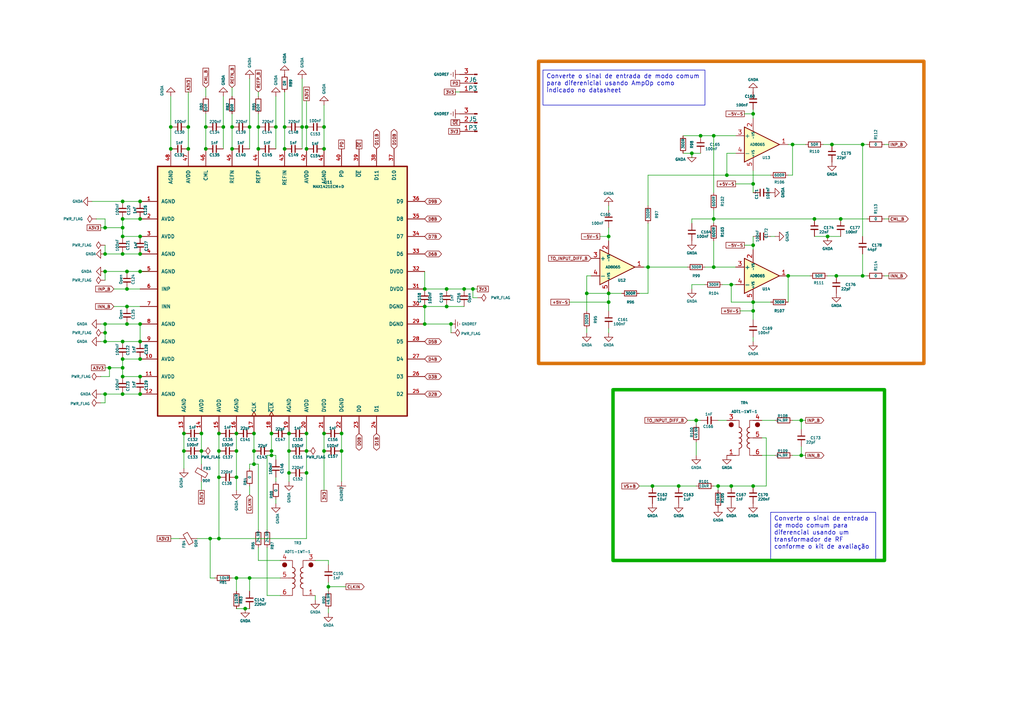
<source format=kicad_sch>
(kicad_sch (version 20231120) (generator "eeschema") (generator_version "8.0")
  (paper "A4")
  (lib_symbols
    (symbol "Amplifier_Operational:AD8065" (pin_names (offset 0.002))
      (property "Reference" "U?" (at 3.81 3.81 0))
      (property "Value" "AD8065" (at 1.27 0 0))
      (symbol "AD8065_1_1"
        (pin output line (at 10.16 0 180) (length 2.54) (name "~") (number "1"))
        (pin power_in line (at 0 -7.62 90) (length 3.81) (name "-VS") (number "2"))
        (pin input line (at -5.08 -2.54 0) (length 2.54) (name "+") (number "3"))
        (pin input line (at -5.08 2.54 0) (length 2.54) (name "-") (number "4"))
        (pin power_in line (at 0 7.62 270) (length 3.81) (name "+VS") (number "5"))
      )
    )
    (symbol "Analog_ADC:MAX1421ECM+D" (pin_names (offset 1.016))
      (property "Reference" "U10" (at 16.51 32.2327 0))
      (property "Value" "MAX1421ECM+D" (at 16.51 30.9627 0))
      (symbol "MAX1421ECM+D_0_0"
        (pin power_in line (at -38.1 26.67 0) (length 5.08) (name "AGND") (number "1"))
        (pin power_in line (at -38.1 -19.05 0) (length 5.08) (name "AVDD") (number "10"))
        (pin power_in line (at -38.1 -24.13 0) (length 5.08) (name "AVDD") (number "11"))
        (pin power_in line (at -38.1 -29.21 0) (length 5.08) (name "AGND") (number "12"))
        (pin power_in line (at -25.4 -40.64 90) (length 5.08) (name "AGND") (number "13"))
        (pin power_in line (at -20.32 -40.64 90) (length 5.08) (name "AVDD") (number "14"))
        (pin power_in line (at -15.24 -40.64 90) (length 5.08) (name "AVDD") (number "15"))
        (pin power_in line (at -10.16 -40.64 90) (length 5.08) (name "AGND") (number "16"))
        (pin input clock (at -5.08 -40.64 90) (length 5.08) (name "CLK") (number "17"))
        (pin input clock (at 0 -40.64 90) (length 5.08) (name "~{CLK}") (number "18"))
        (pin power_in line (at 5.08 -40.64 90) (length 5.08) (name "AGND") (number "19"))
        (pin power_in line (at -38.1 21.59 0) (length 5.08) (name "AVDD") (number "2"))
        (pin power_in line (at 10.16 -40.64 90) (length 5.08) (name "AVDD") (number "20"))
        (pin power_in line (at 15.24 -40.64 90) (length 5.08) (name "DVDD") (number "21"))
        (pin power_in line (at 20.32 -40.64 90) (length 5.08) (name "DGND") (number "22"))
        (pin output line (at 25.4 -40.64 90) (length 5.08) (name "D0") (number "23"))
        (pin output line (at 30.48 -40.64 90) (length 5.08) (name "D1") (number "24"))
        (pin output line (at 44.45 -29.21 180) (length 5.08) (name "D2") (number "25"))
        (pin output line (at 44.45 -24.13 180) (length 5.08) (name "D3") (number "26"))
        (pin output line (at 44.45 -19.05 180) (length 5.08) (name "D4") (number "27"))
        (pin output line (at 44.45 -13.97 180) (length 5.08) (name "D5") (number "28"))
        (pin power_in line (at 44.45 -8.89 180) (length 5.08) (name "DGND") (number "29"))
        (pin power_in line (at -38.1 16.51 0) (length 5.08) (name "AVDD") (number "3"))
        (pin power_in line (at 44.45 -3.81 180) (length 5.08) (name "DGND") (number "30"))
        (pin power_in line (at 44.45 1.27 180) (length 5.08) (name "DVDD") (number "31"))
        (pin power_in line (at 44.45 6.35 180) (length 5.08) (name "DVDD") (number "32"))
        (pin output line (at 44.45 11.43 180) (length 5.08) (name "D6") (number "33"))
        (pin output line (at 44.45 16.51 180) (length 5.08) (name "D7") (number "34"))
        (pin output line (at 44.45 21.59 180) (length 5.08) (name "D8") (number "35"))
        (pin output line (at 44.45 26.67 180) (length 5.08) (name "D9") (number "36"))
        (pin output line (at 35.56 41.91 270) (length 5.08) (name "D10") (number "37"))
        (pin output line (at 30.48 41.91 270) (length 5.08) (name "D11") (number "38"))
        (pin input line (at 25.4 41.91 270) (length 5.08) (name "~{OE}") (number "39"))
        (pin power_in line (at -38.1 11.43 0) (length 5.08) (name "AGND") (number "4"))
        (pin input line (at 20.32 41.91 270) (length 5.08) (name "PD") (number "40"))
        (pin power_in line (at 15.24 41.91 270) (length 5.08) (name "AGND") (number "41"))
        (pin power_in line (at 10.16 41.91 270) (length 5.08) (name "AVDD") (number "42"))
        (pin input line (at 3.81 41.91 270) (length 5.08) (name "REFIN") (number "43"))
        (pin input line (at -3.81 41.91 270) (length 5.08) (name "REFP") (number "44"))
        (pin input line (at -11.43 41.91 270) (length 5.08) (name "REFN") (number "45"))
        (pin input line (at -19.05 41.91 270) (length 5.08) (name "CML") (number "46"))
        (pin power_in line (at -24.13 41.91 270) (length 5.08) (name "AVDD") (number "47"))
        (pin power_in line (at -29.21 41.91 270) (length 5.08) (name "AGND") (number "48"))
        (pin power_in line (at -38.1 6.35 0) (length 5.08) (name "AGND") (number "5"))
        (pin input line (at -38.1 1.27 0) (length 5.08) (name "INP") (number "6"))
        (pin input line (at -38.1 -3.81 0) (length 5.08) (name "INN") (number "7"))
        (pin power_in line (at -38.1 -8.89 0) (length 5.08) (name "AGND") (number "8"))
        (pin power_in line (at -38.1 -13.97 0) (length 5.08) (name "AGND") (number "9"))
      )
    )
    (symbol "C_Small_1" (pin_numbers hide) (pin_names (offset 0.254) hide)
      (property "Reference" "C" (at 0.254 1.778 0))
      (property "Value" "C_Small" (at 0.254 -2.032 0))
      (symbol "C_Small_1_1_1"
        (pin passive line (at 0 2.54 270) (length 2.032) (name "~") (number "1"))
        (pin passive line (at 0 -2.54 90) (length 2.032) (name "~") (number "2"))
      )
    )
    (symbol "C_Small_11" (pin_numbers hide) (pin_names (offset 0.254) hide)
      (property "Reference" "C" (at 0.254 1.778 0))
      (property "Value" "C_Small" (at 0.254 -2.032 0))
      (symbol "C_Small_11_1_1"
        (pin passive line (at 0 2.54 270) (length 2.032) (name "~") (number "1"))
        (pin passive line (at 0 -2.54 90) (length 2.032) (name "~") (number "2"))
      )
    )
    (symbol "C_Small_12" (pin_numbers hide) (pin_names (offset 0.254) hide)
      (property "Reference" "C" (at 0.254 1.778 0))
      (property "Value" "C_Small" (at 0.254 -2.032 0))
      (symbol "C_Small_12_1_1"
        (pin passive line (at 0 2.54 270) (length 2.032) (name "~") (number "1"))
        (pin passive line (at 0 -2.54 90) (length 2.032) (name "~") (number "2"))
      )
    )
    (symbol "C_Small_13" (pin_numbers hide) (pin_names (offset 0.254) hide)
      (property "Reference" "C" (at 0.254 1.778 0))
      (property "Value" "C_Small" (at 0.254 -2.032 0))
      (symbol "C_Small_13_1_1"
        (pin passive line (at 0 2.54 270) (length 2.032) (name "~") (number "1"))
        (pin passive line (at 0 -2.54 90) (length 2.032) (name "~") (number "2"))
      )
    )
    (symbol "C_Small_14" (pin_numbers hide) (pin_names (offset 0.254) hide)
      (property "Reference" "C" (at 0.254 1.778 0))
      (property "Value" "C_Small" (at 0.254 -2.032 0))
      (symbol "C_Small_14_1_1"
        (pin passive line (at 0 2.54 270) (length 2.032) (name "~") (number "1"))
        (pin passive line (at 0 -2.54 90) (length 2.032) (name "~") (number "2"))
      )
    )
    (symbol "C_Small_15" (pin_numbers hide) (pin_names (offset 0.254) hide)
      (property "Reference" "C" (at 0.254 1.778 0))
      (property "Value" "C_Small" (at 0.254 -2.032 0))
      (symbol "C_Small_15_1_1"
        (pin passive line (at 0 2.54 270) (length 2.032) (name "~") (number "1"))
        (pin passive line (at 0 -2.54 90) (length 2.032) (name "~") (number "2"))
      )
    )
    (symbol "C_Small_16" (pin_numbers hide) (pin_names (offset 0.254) hide)
      (property "Reference" "C" (at 0.254 1.778 0))
      (property "Value" "C_Small" (at 0.254 -2.032 0))
      (symbol "C_Small_16_1_1"
        (pin passive line (at 0 2.54 270) (length 2.032) (name "~") (number "1"))
        (pin passive line (at 0 -2.54 90) (length 2.032) (name "~") (number "2"))
      )
    )
    (symbol "C_Small_17" (pin_numbers hide) (pin_names (offset 0.254) hide)
      (property "Reference" "C" (at 0.254 1.778 0))
      (property "Value" "C_Small" (at 0.254 -2.032 0))
      (symbol "C_Small_17_1_1"
        (pin passive line (at 0 2.54 270) (length 2.032) (name "~") (number "1"))
        (pin passive line (at 0 -2.54 90) (length 2.032) (name "~") (number "2"))
      )
    )
    (symbol "C_Small_18" (pin_numbers hide) (pin_names (offset 0.254) hide)
      (property "Reference" "C" (at 0.254 1.778 0))
      (property "Value" "C_Small" (at 0.254 -2.032 0))
      (symbol "C_Small_18_1_1"
        (pin passive line (at 0 2.54 270) (length 2.032) (name "~") (number "1"))
        (pin passive line (at 0 -2.54 90) (length 2.032) (name "~") (number "2"))
      )
    )
    (symbol "C_Small_19" (pin_numbers hide) (pin_names (offset 0.254) hide)
      (property "Reference" "C" (at 0.254 1.778 0))
      (property "Value" "C_Small" (at 0.254 -2.032 0))
      (symbol "C_Small_19_1_1"
        (pin passive line (at 0 2.54 270) (length 2.032) (name "~") (number "1"))
        (pin passive line (at 0 -2.54 90) (length 2.032) (name "~") (number "2"))
      )
    )
    (symbol "C_Small_2" (pin_numbers hide) (pin_names (offset 0.254) hide)
      (property "Reference" "C" (at 0.254 1.778 0))
      (property "Value" "C_Small" (at 0.254 -2.032 0))
      (symbol "C_Small_2_1_1"
        (pin passive line (at 0 2.54 270) (length 2.032) (name "~") (number "1"))
        (pin passive line (at 0 -2.54 90) (length 2.032) (name "~") (number "2"))
      )
    )
    (symbol "C_Small_20" (pin_numbers hide) (pin_names (offset 0.254) hide)
      (property "Reference" "C" (at 0.254 1.778 0))
      (property "Value" "C_Small" (at 0.254 -2.032 0))
      (symbol "C_Small_20_1_1"
        (pin passive line (at 0 2.54 270) (length 2.032) (name "~") (number "1"))
        (pin passive line (at 0 -2.54 90) (length 2.032) (name "~") (number "2"))
      )
    )
    (symbol "C_Small_21" (pin_numbers hide) (pin_names (offset 0.254) hide)
      (property "Reference" "C" (at 0.254 1.778 0))
      (property "Value" "C_Small" (at 0.254 -2.032 0))
      (symbol "C_Small_21_1_1"
        (pin passive line (at 0 2.54 270) (length 2.032) (name "~") (number "1"))
        (pin passive line (at 0 -2.54 90) (length 2.032) (name "~") (number "2"))
      )
    )
    (symbol "C_Small_22" (pin_numbers hide) (pin_names (offset 0.254) hide)
      (property "Reference" "C" (at 0.254 1.778 0))
      (property "Value" "C_Small" (at 0.254 -2.032 0))
      (symbol "C_Small_22_1_1"
        (pin passive line (at 0 2.54 270) (length 2.032) (name "~") (number "1"))
        (pin passive line (at 0 -2.54 90) (length 2.032) (name "~") (number "2"))
      )
    )
    (symbol "C_Small_23" (pin_numbers hide) (pin_names (offset 0.254) hide)
      (property "Reference" "C" (at 0.254 1.778 0))
      (property "Value" "C_Small" (at 0.254 -2.032 0))
      (symbol "C_Small_23_1_1"
        (pin passive line (at 0 2.54 270) (length 2.032) (name "~") (number "1"))
        (pin passive line (at 0 -2.54 90) (length 2.032) (name "~") (number "2"))
      )
    )
    (symbol "C_Small_24" (pin_numbers hide) (pin_names (offset 0.254) hide)
      (property "Reference" "C" (at 0.254 1.778 0))
      (property "Value" "C_Small" (at 0.254 -2.032 0))
      (symbol "C_Small_24_1_1"
        (pin passive line (at 0 2.54 270) (length 2.032) (name "~") (number "1"))
        (pin passive line (at 0 -2.54 90) (length 2.032) (name "~") (number "2"))
      )
    )
    (symbol "C_Small_25" (pin_numbers hide) (pin_names (offset 0.254) hide)
      (property "Reference" "C" (at 0.254 1.778 0))
      (property "Value" "C_Small" (at 0.254 -2.032 0))
      (symbol "C_Small_25_1_1"
        (pin passive line (at 0 2.54 270) (length 2.032) (name "~") (number "1"))
        (pin passive line (at 0 -2.54 90) (length 2.032) (name "~") (number "2"))
      )
    )
    (symbol "C_Small_26" (pin_numbers hide) (pin_names (offset 0.254) hide)
      (property "Reference" "C" (at 0.254 1.778 0))
      (property "Value" "C_Small" (at 0.254 -2.032 0))
      (symbol "C_Small_26_1_1"
        (pin passive line (at 0 2.54 270) (length 2.032) (name "~") (number "1"))
        (pin passive line (at 0 -2.54 90) (length 2.032) (name "~") (number "2"))
      )
    )
    (symbol "C_Small_27" (pin_numbers hide) (pin_names (offset 0.254) hide)
      (property "Reference" "C" (at 0.254 1.778 0))
      (property "Value" "C_Small" (at 0.254 -2.032 0))
      (symbol "C_Small_27_1_1"
        (pin passive line (at 0 2.54 270) (length 2.032) (name "~") (number "1"))
        (pin passive line (at 0 -2.54 90) (length 2.032) (name "~") (number "2"))
      )
    )
    (symbol "C_Small_28" (pin_numbers hide) (pin_names (offset 0.254) hide)
      (property "Reference" "C" (at 0.254 1.778 0))
      (property "Value" "C_Small" (at 0.254 -2.032 0))
      (symbol "C_Small_28_1_1"
        (pin passive line (at 0 2.54 270) (length 2.032) (name "~") (number "1"))
        (pin passive line (at 0 -2.54 90) (length 2.032) (name "~") (number "2"))
      )
    )
    (symbol "C_Small_29" (pin_numbers hide) (pin_names (offset 0.254) hide)
      (property "Reference" "C" (at 0.254 1.778 0))
      (property "Value" "C_Small" (at 0.254 -2.032 0))
      (symbol "C_Small_29_1_1"
        (pin passive line (at 0 2.54 270) (length 2.032) (name "~") (number "1"))
        (pin passive line (at 0 -2.54 90) (length 2.032) (name "~") (number "2"))
      )
    )
    (symbol "C_Small_3" (pin_numbers hide) (pin_names (offset 0.254) hide)
      (property "Reference" "C" (at 0.254 1.778 0))
      (property "Value" "C_Small" (at 0.254 -2.032 0))
      (symbol "C_Small_3_1_1"
        (pin passive line (at 0 2.54 270) (length 2.032) (name "~") (number "1"))
        (pin passive line (at 0 -2.54 90) (length 2.032) (name "~") (number "2"))
      )
    )
    (symbol "C_Small_30" (pin_numbers hide) (pin_names (offset 0.254) hide)
      (property "Reference" "C" (at 0.254 1.778 0))
      (property "Value" "C_Small" (at 0.254 -2.032 0))
      (symbol "C_Small_30_1_1"
        (pin passive line (at 0 2.54 270) (length 2.032) (name "~") (number "1"))
        (pin passive line (at 0 -2.54 90) (length 2.032) (name "~") (number "2"))
      )
    )
    (symbol "C_Small_31" (pin_numbers hide) (pin_names (offset 0.254) hide)
      (property "Reference" "C" (at 0.254 1.778 0))
      (property "Value" "C_Small" (at 0.254 -2.032 0))
      (symbol "C_Small_31_1_1"
        (pin passive line (at 0 2.54 270) (length 2.032) (name "~") (number "1"))
        (pin passive line (at 0 -2.54 90) (length 2.032) (name "~") (number "2"))
      )
    )
    (symbol "C_Small_32" (pin_numbers hide) (pin_names (offset 0.254) hide)
      (property "Reference" "C" (at 0.254 1.778 0))
      (property "Value" "C_Small" (at 0.254 -2.032 0))
      (symbol "C_Small_32_1_1"
        (pin passive line (at 0 2.54 270) (length 2.032) (name "~") (number "1"))
        (pin passive line (at 0 -2.54 90) (length 2.032) (name "~") (number "2"))
      )
    )
    (symbol "C_Small_33" (pin_numbers hide) (pin_names (offset 0.254) hide)
      (property "Reference" "C" (at 0.254 1.778 0))
      (property "Value" "C_Small" (at 0.254 -2.032 0))
      (symbol "C_Small_33_1_1"
        (pin passive line (at 0 2.54 270) (length 2.032) (name "~") (number "1"))
        (pin passive line (at 0 -2.54 90) (length 2.032) (name "~") (number "2"))
      )
    )
    (symbol "C_Small_34" (pin_numbers hide) (pin_names (offset 0.254) hide)
      (property "Reference" "C" (at 0.254 1.778 0))
      (property "Value" "C_Small" (at 0.254 -2.032 0))
      (symbol "C_Small_34_1_1"
        (pin passive line (at 0 2.54 270) (length 2.032) (name "~") (number "1"))
        (pin passive line (at 0 -2.54 90) (length 2.032) (name "~") (number "2"))
      )
    )
    (symbol "C_Small_35" (pin_numbers hide) (pin_names (offset 0.254) hide)
      (property "Reference" "C" (at 0.254 1.778 0))
      (property "Value" "C_Small" (at 0.254 -2.032 0))
      (symbol "C_Small_35_1_1"
        (pin passive line (at 0 2.54 270) (length 2.032) (name "~") (number "1"))
        (pin passive line (at 0 -2.54 90) (length 2.032) (name "~") (number "2"))
      )
    )
    (symbol "C_Small_36" (pin_numbers hide) (pin_names (offset 0.254) hide)
      (property "Reference" "C" (at 0.254 1.778 0))
      (property "Value" "C_Small" (at 0.254 -2.032 0))
      (symbol "C_Small_36_1_1"
        (pin passive line (at 0 2.54 270) (length 2.032) (name "~") (number "1"))
        (pin passive line (at 0 -2.54 90) (length 2.032) (name "~") (number "2"))
      )
    )
    (symbol "C_Small_38" (pin_numbers hide) (pin_names (offset 0.254) hide)
      (property "Reference" "C" (at 0.254 1.778 0))
      (property "Value" "C_Small" (at 0.254 -2.032 0))
      (symbol "C_Small_38_1_1"
        (pin passive line (at 0 2.54 270) (length 2.032) (name "~") (number "1"))
        (pin passive line (at 0 -2.54 90) (length 2.032) (name "~") (number "2"))
      )
    )
    (symbol "C_Small_39" (pin_numbers hide) (pin_names (offset 0.254) hide)
      (property "Reference" "C" (at 0.254 1.778 0))
      (property "Value" "C_Small" (at 0.254 -2.032 0))
      (symbol "C_Small_39_1_1"
        (pin passive line (at 0 2.54 270) (length 2.032) (name "~") (number "1"))
        (pin passive line (at 0 -2.54 90) (length 2.032) (name "~") (number "2"))
      )
    )
    (symbol "C_Small_4" (pin_numbers hide) (pin_names (offset 0.254) hide)
      (property "Reference" "C" (at 0.254 1.778 0))
      (property "Value" "C_Small" (at 0.254 -2.032 0))
      (symbol "C_Small_4_1_1"
        (pin passive line (at 0 2.54 270) (length 2.032) (name "~") (number "1"))
        (pin passive line (at 0 -2.54 90) (length 2.032) (name "~") (number "2"))
      )
    )
    (symbol "C_Small_40" (pin_numbers hide) (pin_names (offset 0.254) hide)
      (property "Reference" "C" (at 0.254 1.778 0))
      (property "Value" "C_Small" (at 0.254 -2.032 0))
      (symbol "C_Small_40_1_1"
        (pin passive line (at 0 2.54 270) (length 2.032) (name "~") (number "1"))
        (pin passive line (at 0 -2.54 90) (length 2.032) (name "~") (number "2"))
      )
    )
    (symbol "C_Small_41" (pin_numbers hide) (pin_names (offset 0.254) hide)
      (property "Reference" "C" (at 0.254 1.778 0))
      (property "Value" "C_Small" (at 0.254 -2.032 0))
      (symbol "C_Small_41_1_1"
        (pin passive line (at 0 2.54 270) (length 2.032) (name "~") (number "1"))
        (pin passive line (at 0 -2.54 90) (length 2.032) (name "~") (number "2"))
      )
    )
    (symbol "C_Small_42" (pin_numbers hide) (pin_names (offset 0.254) hide)
      (property "Reference" "C" (at 0.254 1.778 0))
      (property "Value" "C_Small" (at 0.254 -2.032 0))
      (symbol "C_Small_42_1_1"
        (pin passive line (at 0 2.54 270) (length 2.032) (name "~") (number "1"))
        (pin passive line (at 0 -2.54 90) (length 2.032) (name "~") (number "2"))
      )
    )
    (symbol "C_Small_44" (pin_numbers hide) (pin_names (offset 0.254) hide)
      (property "Reference" "C" (at 0.254 1.778 0))
      (property "Value" "C_Small" (at 0.254 -2.032 0))
      (symbol "C_Small_44_1_1"
        (pin passive line (at 0 2.54 270) (length 2.032) (name "~") (number "1"))
        (pin passive line (at 0 -2.54 90) (length 2.032) (name "~") (number "2"))
      )
    )
    (symbol "C_Small_45" (pin_numbers hide) (pin_names (offset 0.254) hide)
      (property "Reference" "C" (at 0.254 1.778 0))
      (property "Value" "C_Small" (at 0.254 -2.032 0))
      (symbol "C_Small_45_1_1"
        (pin passive line (at 0 2.54 270) (length 2.032) (name "~") (number "1"))
        (pin passive line (at 0 -2.54 90) (length 2.032) (name "~") (number "2"))
      )
    )
    (symbol "C_Small_5" (pin_numbers hide) (pin_names (offset 0.254) hide)
      (property "Reference" "C" (at 0.254 1.778 0))
      (property "Value" "C_Small" (at 0.254 -2.032 0))
      (symbol "C_Small_5_1_1"
        (pin passive line (at 0 2.54 270) (length 2.032) (name "~") (number "1"))
        (pin passive line (at 0 -2.54 90) (length 2.032) (name "~") (number "2"))
      )
    )
    (symbol "C_Small_6" (pin_numbers hide) (pin_names (offset 0.254) hide)
      (property "Reference" "C" (at 0.254 1.778 0))
      (property "Value" "C_Small" (at 0.254 -2.032 0))
      (symbol "C_Small_6_1_1"
        (pin passive line (at 0 2.54 270) (length 2.032) (name "~") (number "1"))
        (pin passive line (at 0 -2.54 90) (length 2.032) (name "~") (number "2"))
      )
    )
    (symbol "C_Small_7" (pin_numbers hide) (pin_names (offset 0.254) hide)
      (property "Reference" "C" (at 0.254 1.778 0))
      (property "Value" "C_Small" (at 0.254 -2.032 0))
      (symbol "C_Small_7_1_1"
        (pin passive line (at 0 2.54 270) (length 2.032) (name "~") (number "1"))
        (pin passive line (at 0 -2.54 90) (length 2.032) (name "~") (number "2"))
      )
    )
    (symbol "C_Small_8" (pin_numbers hide) (pin_names (offset 0.254) hide)
      (property "Reference" "C" (at 0.254 1.778 0))
      (property "Value" "C_Small" (at 0.254 -2.032 0))
      (symbol "C_Small_8_1_1"
        (pin passive line (at 0 2.54 270) (length 2.032) (name "~") (number "1"))
        (pin passive line (at 0 -2.54 90) (length 2.032) (name "~") (number "2"))
      )
    )
    (symbol "C_Small_9" (pin_numbers hide) (pin_names (offset 0.254) hide)
      (property "Reference" "C" (at 0.254 1.778 0))
      (property "Value" "C_Small" (at 0.254 -2.032 0))
      (symbol "C_Small_9_1_1"
        (pin passive line (at 0 2.54 270) (length 2.032) (name "~") (number "1"))
        (pin passive line (at 0 -2.54 90) (length 2.032) (name "~") (number "2"))
      )
    )
    (symbol "Connector:Conn_01x03_Pin" (pin_names (offset 1.016) hide)
      (property "Reference" "J" (at 0 5.08 0))
      (property "Value" "Conn_01x03_Pin" (at 0 -5.08 0))
      (symbol "Conn_01x03_Pin_1_1"
        (pin passive line (at 5.08 2.54 180) (length 3.81) (name "Pin_1") (number "1"))
        (pin passive line (at 5.08 0 180) (length 3.81) (name "Pin_2") (number "2"))
        (pin passive line (at 5.08 -2.54 180) (length 3.81) (name "Pin_3") (number "3"))
      )
    )
    (symbol "Device:C_Small" (pin_numbers hide) (pin_names (offset 0.254) hide)
      (property "Reference" "C" (at 0.254 1.778 0))
      (property "Value" "C_Small" (at 0.254 -2.032 0))
      (symbol "C_Small_1_1"
        (pin passive line (at 0 2.54 270) (length 2.032) (name "~") (number "1"))
        (pin passive line (at 0 -2.54 90) (length 2.032) (name "~") (number "2"))
      )
    )
    (symbol "Device:FerriteBead_Small" (pin_numbers hide) (pin_names (offset 0))
      (property "Reference" "FB" (at 1.905 1.27 0))
      (property "Value" "FerriteBead_Small" (at 1.905 -1.27 0))
      (symbol "FerriteBead_Small_1_1"
        (pin passive line (at 0 2.54 270) (length 1.27) (name "~") (number "1"))
        (pin passive line (at 0 -2.54 90) (length 1.27) (name "~") (number "2"))
      )
    )
    (symbol "Device:R_Small" (pin_numbers hide) (pin_names (offset 0.254) hide)
      (property "Reference" "R" (at 0.762 0.508 0))
      (property "Value" "R_Small" (at 0.762 -1.016 0))
      (symbol "R_Small_1_1"
        (pin passive line (at 0 2.54 270) (length 0.762) (name "~") (number "1"))
        (pin passive line (at 0 -2.54 90) (length 0.762) (name "~") (number "2"))
      )
    )
    (symbol "GNDA_1" (power) (pin_names (offset 0))
      (property "Value" "GNDA" (at 0 -3.81 0))
      (symbol "GNDA_1_1_1"
        (pin power_in line (at 0 0 270) (length 0) hide (name "GNDA") (number "1"))
      )
    )
    (symbol "GNDA_10" (power) (pin_names (offset 0))
      (property "Value" "GNDA" (at 0 -3.81 0))
      (symbol "GNDA_10_1_1"
        (pin power_in line (at 0 0 270) (length 0) hide (name "GNDA") (number "1"))
      )
    )
    (symbol "GNDA_11" (power) (pin_names (offset 0))
      (property "Value" "GNDA" (at 0 -3.81 0))
      (symbol "GNDA_11_1_1"
        (pin power_in line (at 0 0 270) (length 0) hide (name "GNDA") (number "1"))
      )
    )
    (symbol "GNDA_14" (power) (pin_names (offset 0))
      (property "Value" "GNDA" (at 0 -3.81 0))
      (symbol "GNDA_14_1_1"
        (pin power_in line (at 0 0 270) (length 0) hide (name "GNDA") (number "1"))
      )
    )
    (symbol "GNDA_15" (power) (pin_names (offset 0))
      (property "Value" "GNDA" (at 0 -3.81 0))
      (symbol "GNDA_15_1_1"
        (pin power_in line (at 0 0 270) (length 0) hide (name "GNDA") (number "1"))
      )
    )
    (symbol "GNDA_17" (power) (pin_names (offset 0))
      (property "Value" "GNDA" (at 0 -3.81 0))
      (symbol "GNDA_17_1_1"
        (pin power_in line (at 0 0 270) (length 0) hide (name "GNDA") (number "1"))
      )
    )
    (symbol "GNDA_18" (power) (pin_names (offset 0))
      (property "Value" "GNDA" (at 0 -3.81 0))
      (symbol "GNDA_18_1_1"
        (pin power_in line (at 0 0 270) (length 0) hide (name "GNDA") (number "1"))
      )
    )
    (symbol "GNDA_20" (power) (pin_names (offset 0))
      (property "Value" "GNDA" (at 0 -3.81 0))
      (symbol "GNDA_20_1_1"
        (pin power_in line (at 0 0 270) (length 0) hide (name "GNDA") (number "1"))
      )
    )
    (symbol "GNDA_23" (power) (pin_names (offset 0))
      (property "Value" "GNDA" (at 0 -3.81 0))
      (symbol "GNDA_23_1_1"
        (pin power_in line (at 0 0 270) (length 0) hide (name "GNDA") (number "1"))
      )
    )
    (symbol "GNDA_24" (power) (pin_names (offset 0))
      (property "Value" "GNDA" (at 0 -3.81 0))
      (symbol "GNDA_24_1_1"
        (pin power_in line (at 0 0 270) (length 0) hide (name "GNDA") (number "1"))
      )
    )
    (symbol "GNDA_25" (power) (pin_names (offset 0))
      (property "Value" "GNDA" (at 0 -3.81 0))
      (symbol "GNDA_25_1_1"
        (pin power_in line (at 0 0 270) (length 0) hide (name "GNDA") (number "1"))
      )
    )
    (symbol "GNDA_26" (power) (pin_names (offset 0))
      (property "Value" "GNDA" (at 0 -3.81 0))
      (symbol "GNDA_26_1_1"
        (pin power_in line (at 0 0 270) (length 0) hide (name "GNDA") (number "1"))
      )
    )
    (symbol "GNDA_27" (power) (pin_names (offset 0))
      (property "Value" "GNDA" (at 0 -3.81 0))
      (symbol "GNDA_27_1_1"
        (pin power_in line (at 0 0 270) (length 0) hide (name "GNDA") (number "1"))
      )
    )
    (symbol "GNDA_29" (power) (pin_names (offset 0))
      (property "Value" "GNDA" (at 0 -3.81 0))
      (symbol "GNDA_29_1_1"
        (pin power_in line (at 0 0 270) (length 0) hide (name "GNDA") (number "1"))
      )
    )
    (symbol "GNDA_3" (power) (pin_names (offset 0))
      (property "Value" "GNDA" (at 0 -3.81 0))
      (symbol "GNDA_3_1_1"
        (pin power_in line (at 0 0 270) (length 0) hide (name "GNDA") (number "1"))
      )
    )
    (symbol "GNDA_30" (power) (pin_names (offset 0))
      (property "Value" "GNDA" (at 0 -3.81 0))
      (symbol "GNDA_30_1_1"
        (pin power_in line (at 0 0 270) (length 0) hide (name "GNDA") (number "1"))
      )
    )
    (symbol "GNDA_32" (power) (pin_names (offset 0))
      (property "Value" "GNDA" (at 0 -3.81 0))
      (symbol "GNDA_32_1_1"
        (pin power_in line (at 0 0 270) (length 0) hide (name "GNDA") (number "1"))
      )
    )
    (symbol "GNDA_33" (power) (pin_names (offset 0))
      (property "Value" "GNDA" (at 0 -3.81 0))
      (symbol "GNDA_33_1_1"
        (pin power_in line (at 0 0 270) (length 0) hide (name "GNDA") (number "1"))
      )
    )
    (symbol "GNDA_34" (power) (pin_names (offset 0))
      (property "Value" "GNDA" (at 0 -3.81 0))
      (symbol "GNDA_34_1_1"
        (pin power_in line (at 0 0 270) (length 0) hide (name "GNDA") (number "1"))
      )
    )
    (symbol "GNDA_6" (power) (pin_names (offset 0))
      (property "Value" "GNDA" (at 0 -3.81 0))
      (symbol "GNDA_6_1_1"
        (pin power_in line (at 0 0 270) (length 0) hide (name "GNDA") (number "1"))
      )
    )
    (symbol "GNDA_7" (power) (pin_names (offset 0))
      (property "Value" "GNDA" (at 0 -3.81 0))
      (symbol "GNDA_7_1_1"
        (pin power_in line (at 0 0 270) (length 0) hide (name "GNDA") (number "1"))
      )
    )
    (symbol "GNDA_8" (power) (pin_names (offset 0))
      (property "Value" "GNDA" (at 0 -3.81 0))
      (symbol "GNDA_8_1_1"
        (pin power_in line (at 0 0 270) (length 0) hide (name "GNDA") (number "1"))
      )
    )
    (symbol "GNDA_9" (power) (pin_names (offset 0))
      (property "Value" "GNDA" (at 0 -3.81 0))
      (symbol "GNDA_9_1_1"
        (pin power_in line (at 0 0 270) (length 0) hide (name "GNDA") (number "1"))
      )
    )
    (symbol "GNDREF_1" (power) (pin_names (offset 0))
      (property "Value" "GNDREF" (at 0 -3.81 0))
      (symbol "GNDREF_1_1_1"
        (pin power_in line (at 0 0 270) (length 0) hide (name "GNDREF") (number "1"))
      )
    )
    (symbol "GNDREF_2" (power) (pin_names (offset 0))
      (property "Value" "GNDREF" (at 0 -3.81 0))
      (symbol "GNDREF_2_1_1"
        (pin power_in line (at 0 0 270) (length 0) hide (name "GNDREF") (number "1"))
      )
    )
    (symbol "PWR_FLAG_1" (power) (pin_numbers hide) (pin_names (offset 0) hide)
      (property "Value" "PWR_FLAG" (at 0 3.81 0))
      (symbol "PWR_FLAG_1_0_0"
        (pin power_out line (at 0 0 90) (length 0) (name "pwr") (number "1"))
      )
    )
    (symbol "PWR_FLAG_2" (power) (pin_numbers hide) (pin_names (offset 0) hide)
      (property "Value" "PWR_FLAG" (at 0 3.81 0))
      (symbol "PWR_FLAG_2_0_0"
        (pin power_out line (at 0 0 90) (length 0) (name "pwr") (number "1"))
      )
    )
    (symbol "Transformer:ADT1-1WT-1" (pin_names hide)
      (property "Reference" "TR" (at 0 6.35 0))
      (property "Value" "ADT1-1WT-1" (at 0 -6.985 0))
      (symbol "ADT1-1WT-1_1_1"
        (pin passive line (at -5.08 -5.08 0) (length 2.54) (name "~") (number "1"))
        (pin no_connect line (at -2.54 0 0) (length 2.54) hide (name "~") (number "2"))
        (pin passive line (at -5.08 5.08 0) (length 2.54) (name "~") (number "3"))
        (pin passive line (at 5.08 5.08 180) (length 2.54) (name "~") (number "4"))
        (pin passive line (at 5.08 0 180) (length 2.54) (name "~") (number "5"))
        (pin passive line (at 5.08 -5.08 180) (length 2.54) (name "~") (number "6"))
      )
    )
    (symbol "power:GNDA" (power) (pin_names (offset 0))
      (property "Value" "GNDA" (at 0 -3.81 0))
      (symbol "GNDA_1_1"
        (pin power_in line (at 0 0 270) (length 0) hide (name "GNDA") (number "1"))
      )
    )
    (symbol "power:GNDREF" (power) (pin_names (offset 0))
      (property "Value" "GNDREF" (at 0 -3.81 0))
      (symbol "GNDREF_1_1"
        (pin power_in line (at 0 0 270) (length 0) hide (name "GNDREF") (number "1"))
      )
    )
    (symbol "power:PWR_FLAG" (power) (pin_numbers hide) (pin_names (offset 0) hide)
      (property "Value" "PWR_FLAG" (at 0 3.81 0))
      (symbol "PWR_FLAG_0_0"
        (pin power_out line (at 0 0 90) (length 0) (name "pwr") (number "1"))
      )
    )
  )
  (junction (at 36.83 83.82))
  (junction (at 218.44 33.02))
  (junction (at 232.41 121.92))
  (junction (at 58.42 125.73))
  (junction (at 49.53 36.83))
  (junction (at 73.66 130.81))
  (junction (at 54.61 36.83))
  (junction (at 30.48 78.74))
  (junction (at 40.64 109.22))
  (junction (at 60.96 156.21))
  (junction (at 53.34 125.73))
  (junction (at 63.5 125.73))
  (junction (at 93.98 130.81))
  (junction (at 78.74 130.81))
  (junction (at 218.44 87.63))
  (junction (at 130.81 93.98))
  (junction (at 78.74 125.73))
  (junction (at 53.34 130.81))
  (junction (at 35.56 66.04))
  (junction (at 187.96 77.47))
  (junction (at 232.41 132.08))
  (junction (at 82.55 36.83))
  (junction (at 63.5 130.81))
  (junction (at 250.19 80.01))
  (junction (at 250.19 41.91))
  (junction (at 137.16 83.82))
  (junction (at 196.85 140.97))
  (junction (at 176.53 85.09))
  (junction (at 68.58 138.43))
  (junction (at 30.48 99.06))
  (junction (at 83.82 130.81))
  (junction (at 58.42 130.81))
  (junction (at 35.56 99.06))
  (junction (at 242.57 80.01))
  (junction (at 176.53 87.63))
  (junction (at 71.12 176.53))
  (junction (at 35.56 63.5))
  (junction (at 83.82 125.73))
  (junction (at 207.01 77.47))
  (junction (at 218.44 90.17))
  (junction (at 36.83 88.9))
  (junction (at 93.98 125.73))
  (junction (at 203.2 39.37))
  (junction (at 68.58 167.64))
  (junction (at 35.56 68.58))
  (junction (at 35.56 58.42))
  (junction (at 35.56 114.3))
  (junction (at 212.09 140.97))
  (junction (at 80.01 36.83))
  (junction (at 93.98 43.18))
  (junction (at 87.63 36.83))
  (junction (at 40.64 99.06))
  (junction (at 123.19 93.98))
  (junction (at 63.5 138.43))
  (junction (at 40.64 78.74))
  (junction (at 72.39 167.64))
  (junction (at 93.98 36.83))
  (junction (at 36.83 93.98))
  (junction (at 95.25 170.18))
  (junction (at 241.3 41.91))
  (junction (at 218.44 140.97))
  (junction (at 35.56 109.22))
  (junction (at 74.93 36.83))
  (junction (at 54.61 43.18))
  (junction (at 88.9 43.18))
  (junction (at 59.69 43.18))
  (junction (at 88.9 137.16))
  (junction (at 83.82 137.16))
  (junction (at 40.64 114.3))
  (junction (at 170.18 85.09))
  (junction (at 88.9 130.81))
  (junction (at 218.44 71.12))
  (junction (at 243.84 63.5))
  (junction (at 200.66 44.45))
  (junction (at 210.82 50.8))
  (junction (at 229.87 41.91))
  (junction (at 189.23 140.97))
  (junction (at 40.64 104.14))
  (junction (at 40.64 58.42))
  (junction (at 207.01 39.37))
  (junction (at 88.9 125.73))
  (junction (at 36.83 78.74))
  (junction (at 88.9 36.83))
  (junction (at 40.64 63.5))
  (junction (at 40.64 73.66))
  (junction (at 40.64 68.58))
  (junction (at 31.75 106.68))
  (junction (at 129.54 83.82))
  (junction (at 228.6 80.01))
  (junction (at 30.48 73.66))
  (junction (at 35.56 106.68))
  (junction (at 35.56 73.66))
  (junction (at 67.31 43.18))
  (junction (at 73.66 125.73))
  (junction (at 236.22 63.5))
  (junction (at 30.48 96.52))
  (junction (at 134.62 83.82))
  (junction (at 72.39 36.83))
  (junction (at 99.06 130.81))
  (junction (at 129.54 88.9))
  (junction (at 208.28 140.97))
  (junction (at 78.74 132.08))
  (junction (at 207.01 63.5))
  (junction (at 74.93 43.18))
  (junction (at 63.5 156.21))
  (junction (at 176.53 68.58))
  (junction (at 123.19 88.9))
  (junction (at 218.44 53.34))
  (junction (at 68.58 125.73))
  (junction (at 212.09 82.55))
  (junction (at 64.77 36.83))
  (junction (at 240.03 68.58))
  (junction (at 30.48 66.04))
  (junction (at 59.69 36.83))
  (junction (at 73.66 134.62))
  (junction (at 82.55 43.18))
  (junction (at 67.31 36.83))
  (junction (at 35.56 104.14))
  (junction (at 40.64 93.98))
  (junction (at 30.48 114.3))
  (junction (at 30.48 93.98))
  (junction (at 201.93 121.92))
  (junction (at 99.06 125.73))
  (junction (at 123.19 83.82))
  (junction (at 49.53 43.18))
  (junction (at 68.58 130.81))
  (wire (pts (xy 35.56 68.58) (xy 40.64 68.58)))
  (wire (pts (xy 49.53 27.94) (xy 49.53 36.83)))
  (wire (pts (xy 68.58 125.73) (xy 68.58 130.81)))
  (wire (pts (xy 233.68 121.92) (xy 232.41 121.92)))
  (wire (pts (xy 74.93 162.56) (xy 74.93 158.75)))
  (wire (pts (xy 207.01 39.37) (xy 213.36 39.37)))
  (wire (pts (xy 224.79 121.92) (xy 220.98 121.92)))
  (wire (pts (xy 93.98 30.48) (xy 93.98 36.83)))
  (wire (pts (xy 49.53 36.83) (xy 49.53 43.18)))
  (wire (pts (xy 30.48 116.84) (xy 30.48 114.3)))
  (wire (pts (xy 207.01 63.5) (xy 236.22 63.5)))
  (wire (pts (xy 72.39 134.62) (xy 72.39 135.89)))
  (wire (pts (xy 72.39 22.86) (xy 72.39 36.83)))
  (wire (pts (xy 35.56 104.14) (xy 40.64 104.14)))
  (wire (pts (xy 95.25 170.18) (xy 100.33 170.18)))
  (wire (pts (xy 200.66 64.77) (xy 200.66 63.5)))
  (wire (pts (xy 87.63 36.83) (xy 87.63 43.18)))
  (wire (pts (xy 72.39 134.62) (xy 73.66 134.62)))
  (wire (pts (xy 72.39 140.97) (xy 72.39 143.51)))
  (wire (pts (xy 36.83 93.98) (xy 40.64 93.98)))
  (wire (pts (xy 30.48 63.5) (xy 30.48 66.04)))
  (wire (pts (xy 238.76 41.91) (xy 241.3 41.91)))
  (wire (pts (xy 198.12 44.45) (xy 200.66 44.45)))
  (wire (pts (xy 209.55 82.55) (xy 212.09 82.55)))
  (wire (pts (xy 30.48 93.98) (xy 36.83 93.98)))
  (wire (pts (xy 201.93 121.92) (xy 203.2 121.92)))
  (wire (pts (xy 228.6 80.01) (xy 234.95 80.01)))
  (wire (pts (xy 256.54 63.5) (xy 257.81 63.5)))
  (wire (pts (xy 35.56 73.66) (xy 40.64 73.66)))
  (wire (pts (xy 93.98 130.81) (xy 93.98 142.24)))
  (wire (pts (xy 29.21 116.84) (xy 30.48 116.84)))
  (wire (pts (xy 204.47 77.47) (xy 207.01 77.47)))
  (wire (pts (xy 170.18 96.52) (xy 170.18 95.25)))
  (wire (pts (xy 54.61 36.83) (xy 54.61 43.18)))
  (wire (pts (xy 218.44 31.75) (xy 218.44 33.02)))
  (wire (pts (xy 80.01 36.83) (xy 80.01 43.18)))
  (wire (pts (xy 74.93 36.83) (xy 74.93 43.18)))
  (wire (pts (xy 81.28 167.64) (xy 72.39 167.64)))
  (wire (pts (xy 30.48 96.52) (xy 30.48 99.06)))
  (wire (pts (xy 77.47 172.72) (xy 81.28 172.72)))
  (wire (pts (xy 35.56 58.42) (xy 40.64 58.42)))
  (wire (pts (xy 130.81 96.52) (xy 130.81 93.98)))
  (wire (pts (xy 80.01 144.78) (xy 80.01 146.05)))
  (wire (pts (xy 187.96 85.09) (xy 187.96 77.47)))
  (wire (pts (xy 185.42 85.09) (xy 187.96 85.09)))
  (wire (pts (xy 63.5 125.73) (xy 63.5 130.81)))
  (wire (pts (xy 218.44 53.34) (xy 218.44 55.88)))
  (wire (pts (xy 204.47 82.55) (xy 200.66 82.55)))
  (wire (pts (xy 80.01 138.43) (xy 80.01 139.7)))
  (wire (pts (xy 224.79 68.58) (xy 223.52 68.58)))
  (wire (pts (xy 229.87 41.91) (xy 233.68 41.91)))
  (wire (pts (xy 40.64 78.74) (xy 43.18 78.74)))
  (wire (pts (xy 218.44 87.63) (xy 223.52 87.63)))
  (wire (pts (xy 176.53 95.25) (xy 176.53 96.52)))
  (wire (pts (xy 212.09 82.55) (xy 212.09 87.63)))
  (wire (pts (xy 176.53 85.09) (xy 176.53 87.63)))
  (wire (pts (xy 241.3 41.91) (xy 250.19 41.91)))
  (wire (pts (xy 30.48 106.68) (xy 31.75 106.68)))
  (wire (pts (xy 74.93 134.62) (xy 73.66 134.62)))
  (wire (pts (xy 30.48 78.74) (xy 36.83 78.74)))
  (wire (pts (xy 58.42 130.81) (xy 58.42 134.62)))
  (wire (pts (xy 30.48 99.06) (xy 35.56 99.06)))
  (wire (pts (xy 99.06 125.73) (xy 99.06 130.81)))
  (wire (pts (xy 59.69 33.02) (xy 59.69 36.83)))
  (wire (pts (xy 33.02 83.82) (xy 36.83 83.82)))
  (wire (pts (xy 228.6 80.01) (xy 228.6 87.63)))
  (wire (pts (xy 218.44 87.63) (xy 218.44 90.17)))
  (wire (pts (xy 176.53 85.09) (xy 180.34 85.09)))
  (wire (pts (xy 78.74 130.81) (xy 78.74 125.73)))
  (wire (pts (xy 213.36 44.45) (xy 210.82 44.45)))
  (wire (pts (xy 171.45 80.01) (xy 170.18 80.01)))
  (wire (pts (xy 36.83 83.82) (xy 40.64 83.82)))
  (wire (pts (xy 29.21 66.04) (xy 30.48 66.04)))
  (wire (pts (xy 31.75 109.22) (xy 31.75 106.68)))
  (wire (pts (xy 199.39 121.92) (xy 201.93 121.92)))
  (wire (pts (xy 218.44 68.58) (xy 218.44 71.12)))
  (wire (pts (xy 218.44 71.12) (xy 218.44 72.39)))
  (wire (pts (xy 200.66 45.72) (xy 200.66 44.45)))
  (wire (pts (xy 210.82 50.8) (xy 223.52 50.8)))
  (wire (pts (xy 222.25 140.97) (xy 218.44 140.97)))
  (wire (pts (xy 176.53 68.58) (xy 176.53 69.85)))
  (wire (pts (xy 68.58 130.81) (xy 68.58 138.43)))
  (wire (pts (xy 196.85 140.97) (xy 201.93 140.97)))
  (wire (pts (xy 73.66 134.62) (xy 73.66 130.81)))
  (wire (pts (xy 74.93 26.67) (xy 74.93 27.94)))
  (wire (pts (xy 242.57 80.01) (xy 250.19 80.01)))
  (wire (pts (xy 170.18 80.01) (xy 170.18 85.09)))
  (wire (pts (xy 88.9 36.83) (xy 88.9 43.18)))
  (wire (pts (xy 251.46 80.01) (xy 250.19 80.01)))
  (wire (pts (xy 81.28 162.56) (xy 74.93 162.56)))
  (wire (pts (xy 187.96 50.8) (xy 210.82 50.8)))
  (wire (pts (xy 67.31 25.4) (xy 67.31 27.94)))
  (wire (pts (xy 232.41 132.08) (xy 229.87 132.08)))
  (wire (pts (xy 218.44 90.17) (xy 218.44 92.71)))
  (wire (pts (xy 72.39 36.83) (xy 72.39 43.18)))
  (wire (pts (xy 240.03 68.58) (xy 243.84 68.58)))
  (wire (pts (xy 200.66 44.45) (xy 203.2 44.45)))
  (wire (pts (xy 80.01 27.94) (xy 80.01 36.83)))
  (wire (pts (xy 208.28 121.92) (xy 210.82 121.92)))
  (wire (pts (xy 189.23 140.97) (xy 196.85 140.97)))
  (wire (pts (xy 229.87 41.91) (xy 228.6 41.91)))
  (wire (pts (xy 257.81 80.01) (xy 256.54 80.01)))
  (wire (pts (xy 203.2 39.37) (xy 207.01 39.37)))
  (wire (pts (xy 176.53 59.69) (xy 176.53 60.96)))
  (wire (pts (xy 60.96 156.21) (xy 63.5 156.21)))
  (wire (pts (xy 232.41 129.54) (xy 232.41 132.08)))
  (wire (pts (xy 33.02 88.9) (xy 36.83 88.9)))
  (wire (pts (xy 123.19 78.74) (xy 123.19 83.82)))
  (wire (pts (xy 200.66 63.5) (xy 207.01 63.5)))
  (wire (pts (xy 35.56 99.06) (xy 40.64 99.06)))
  (wire (pts (xy 214.63 90.17) (xy 218.44 90.17)))
  (wire (pts (xy 132.08 26.67) (xy 133.35 26.67)))
  (wire (pts (xy 123.19 83.82) (xy 129.54 83.82)))
  (wire (pts (xy 35.56 109.22) (xy 40.64 109.22)))
  (wire (pts (xy 134.62 83.82) (xy 137.16 83.82)))
  (wire (pts (xy 77.47 132.08) (xy 77.47 153.67)))
  (wire (pts (xy 53.34 125.73) (xy 53.34 130.81)))
  (wire (pts (xy 224.79 132.08) (xy 220.98 132.08)))
  (wire (pts (xy 53.34 130.81) (xy 53.34 135.89)))
  (wire (pts (xy 138.43 86.36) (xy 137.16 86.36)))
  (wire (pts (xy 29.21 109.22) (xy 31.75 109.22)))
  (wire (pts (xy 218.44 97.79) (xy 218.44 99.06)))
  (wire (pts (xy 83.82 130.81) (xy 83.82 137.16)))
  (wire (pts (xy 36.83 88.9) (xy 40.64 88.9)))
  (wire (pts (xy 35.56 63.5) (xy 40.64 63.5)))
  (wire (pts (xy 218.44 33.02) (xy 218.44 34.29)))
  (wire (pts (xy 170.18 85.09) (xy 170.18 90.17)))
  (wire (pts (xy 201.93 132.08) (xy 201.93 128.27)))
  (wire (pts (xy 210.82 44.45) (xy 210.82 50.8)))
  (wire (pts (xy 222.25 127) (xy 220.98 127)))
  (wire (pts (xy 187.96 77.47) (xy 186.69 77.47)))
  (wire (pts (xy 236.22 68.58) (xy 240.03 68.58)))
  (wire (pts (xy 67.31 36.83) (xy 67.31 43.18)))
  (wire (pts (xy 208.28 142.24) (xy 208.28 140.97)))
  (wire (pts (xy 87.63 22.86) (xy 87.63 36.83)))
  (wire (pts (xy 74.93 134.62) (xy 74.93 153.67)))
  (wire (pts (xy 59.69 25.4) (xy 59.69 27.94)))
  (wire (pts (xy 68.58 176.53) (xy 71.12 176.53)))
  (wire (pts (xy 185.42 140.97) (xy 189.23 140.97)))
  (wire (pts (xy 63.5 156.21) (xy 88.9 156.21)))
  (wire (pts (xy 95.25 162.56) (xy 95.25 163.83)))
  (wire (pts (xy 73.66 130.81) (xy 73.66 125.73)))
  (wire (pts (xy 95.25 171.45) (xy 95.25 170.18)))
  (wire (pts (xy 54.61 26.67) (xy 54.61 36.83)))
  (wire (pts (xy 57.15 156.21) (xy 60.96 156.21)))
  (wire (pts (xy 27.94 63.5) (xy 30.48 63.5)))
  (wire (pts (xy 78.74 132.08) (xy 78.74 130.81)))
  (wire (pts (xy 123.19 88.9) (xy 123.19 93.98)))
  (wire (pts (xy 93.98 125.73) (xy 93.98 130.81)))
  (wire (pts (xy 67.31 33.02) (xy 67.31 36.83)))
  (wire (pts (xy 222.25 127) (xy 222.25 140.97)))
  (wire (pts (xy 137.16 86.36) (xy 137.16 83.82)))
  (wire (pts (xy 212.09 140.97) (xy 218.44 140.97)))
  (wire (pts (xy 201.93 123.19) (xy 201.93 121.92)))
  (wire (pts (xy 74.93 33.02) (xy 74.93 36.83)))
  (wire (pts (xy 207.01 39.37) (xy 207.01 55.88)))
  (wire (pts (xy 187.96 64.77) (xy 187.96 77.47)))
  (wire (pts (xy 200.66 82.55) (xy 200.66 83.82)))
  (wire (pts (xy 30.48 71.12) (xy 30.48 73.66)))
  (wire (pts (xy 30.48 114.3) (xy 35.56 114.3)))
  (wire (pts (xy 88.9 130.81) (xy 88.9 137.16)))
  (wire (pts (xy 91.44 173.99) (xy 91.44 172.72)))
  (wire (pts (xy 30.48 73.66) (xy 35.56 73.66)))
  (wire (pts (xy 215.9 33.02) (xy 218.44 33.02)))
  (wire (pts (xy 35.56 114.3) (xy 40.64 114.3)))
  (wire (pts (xy 207.01 63.5) (xy 207.01 64.77)))
  (wire (pts (xy 60.96 167.64) (xy 60.96 156.21)))
  (wire (pts (xy 72.39 167.64) (xy 72.39 171.45)))
  (wire (pts (xy 187.96 77.47) (xy 199.39 77.47)))
  (wire (pts (xy 187.96 50.8) (xy 187.96 59.69)))
  (wire (pts (xy 251.46 41.91) (xy 250.19 41.91)))
  (wire (pts (xy 123.19 88.9) (xy 129.54 88.9)))
  (wire (pts (xy 250.19 41.91) (xy 250.19 68.58)))
  (wire (pts (xy 173.99 68.58) (xy 176.53 68.58)))
  (wire (pts (xy 80.01 132.08) (xy 80.01 133.35)))
  (wire (pts (xy 212.09 82.55) (xy 213.36 82.55)))
  (wire (pts (xy 207.01 77.47) (xy 213.36 77.47)))
  (wire (pts (xy 88.9 29.21) (xy 88.9 36.83)))
  (wire (pts (xy 82.55 36.83) (xy 82.55 43.18)))
  (wire (pts (xy 59.69 36.83) (xy 59.69 43.18)))
  (wire (pts (xy 88.9 137.16) (xy 88.9 156.21)))
  (wire (pts (xy 83.82 137.16) (xy 83.82 139.7)))
  (wire (pts (xy 130.81 93.98) (xy 123.19 93.98)))
  (wire (pts (xy 71.12 176.53) (xy 72.39 176.53)))
  (wire (pts (xy 26.67 58.42) (xy 35.56 58.42)))
  (wire (pts (xy 232.41 121.92) (xy 232.41 124.46)))
  (wire (pts (xy 176.53 87.63) (xy 176.53 90.17)))
  (wire (pts (xy 68.58 171.45) (xy 68.58 167.64)))
  (wire (pts (xy 207.01 69.85) (xy 207.01 77.47)))
  (wire (pts (xy 68.58 138.43) (xy 68.58 142.24)))
  (wire (pts (xy 63.5 130.81) (xy 63.5 138.43)))
  (wire (pts (xy 212.09 87.63) (xy 218.44 87.63)))
  (wire (pts (xy 77.47 158.75) (xy 77.47 172.72)))
  (wire (pts (xy 208.28 140.97) (xy 212.09 140.97)))
  (wire (pts (xy 77.47 132.08) (xy 78.74 132.08)))
  (wire (pts (xy 88.9 125.73) (xy 88.9 130.81)))
  (wire (pts (xy 29.21 114.3) (xy 30.48 114.3)))
  (wire (pts (xy 35.56 109.22) (xy 35.56 106.68)))
  (wire (pts (xy 31.75 106.68) (xy 35.56 106.68)))
  (wire (pts (xy 240.03 80.01) (xy 242.57 80.01)))
  (wire (pts (xy 170.18 85.09) (xy 176.53 85.09)))
  (wire (pts (xy 165.1 87.63) (xy 176.53 87.63)))
  (wire (pts (xy 68.58 167.64) (xy 72.39 167.64)))
  (wire (pts (xy 95.25 177.8) (xy 95.25 176.53)))
  (wire (pts (xy 82.55 26.67) (xy 82.55 36.83)))
  (wire (pts (xy 30.48 93.98) (xy 30.48 96.52)))
  (wire (pts (xy 58.42 139.7) (xy 58.42 142.24)))
  (wire (pts (xy 58.42 125.73) (xy 58.42 130.81)))
  (wire (pts (xy 250.19 73.66) (xy 250.19 80.01)))
  (wire (pts (xy 30.48 78.74) (xy 30.48 81.28)))
  (wire (pts (xy 83.82 125.73) (xy 83.82 130.81)))
  (wire (pts (xy 233.68 132.08) (xy 232.41 132.08)))
  (wire (pts (xy 236.22 63.5) (xy 243.84 63.5)))
  (wire (pts (xy 232.41 121.92) (xy 229.87 121.92)))
  (wire (pts (xy 63.5 138.43) (xy 63.5 156.21)))
  (wire (pts (xy 29.21 93.98) (xy 30.48 93.98)))
  (wire (pts (xy 218.44 49.53) (xy 218.44 53.34)))
  (wire (pts (xy 229.87 41.91) (xy 229.87 50.8)))
  (wire (pts (xy 257.81 41.91) (xy 256.54 41.91)))
  (wire (pts (xy 60.96 167.64) (xy 62.23 167.64)))
  (wire (pts (xy 93.98 36.83) (xy 93.98 43.18)))
  (wire (pts (xy 35.56 66.04) (xy 35.56 68.58)))
  (wire (pts (xy 35.56 63.5) (xy 35.56 66.04)))
  (wire (pts (xy 129.54 88.9) (xy 134.62 88.9)))
  (wire (pts (xy 129.54 83.82) (xy 134.62 83.82)))
  (wire (pts (xy 137.16 83.82) (xy 138.43 83.82)))
  (wire (pts (xy 29.21 99.06) (xy 30.48 99.06)))
  (wire (pts (xy 80.01 132.08) (xy 78.74 132.08)))
  (wire (pts (xy 198.12 39.37) (xy 203.2 39.37)))
  (wire (pts (xy 64.77 36.83) (xy 64.77 43.18)))
  (wire (pts (xy 99.06 130.81) (xy 99.06 139.7)))
  (wire (pts (xy 213.36 53.34) (xy 218.44 53.34)))
  (wire (pts (xy 243.84 63.5) (xy 251.46 63.5)))
  (wire (pts (xy 229.87 50.8) (xy 228.6 50.8)))
  (wire (pts (xy 208.28 140.97) (xy 207.01 140.97)))
  (wire (pts (xy 67.31 167.64) (xy 68.58 167.64)))
  (wire (pts (xy 35.56 106.68) (xy 35.56 104.14)))
  (wire (pts (xy 95.25 170.18) (xy 95.25 168.91)))
  (wire (pts (xy 40.64 93.98) (xy 40.64 99.06)))
  (wire (pts (xy 176.53 66.04) (xy 176.53 68.58)))
  (wire (pts (xy 64.77 27.94) (xy 64.77 36.83)))
  (wire (pts (xy 36.83 78.74) (xy 40.64 78.74)))
  (wire (pts (xy 30.48 66.04) (xy 35.56 66.04)))
  (wire (pts (xy 91.44 162.56) (xy 95.25 162.56)))
  (wire (pts (xy 49.53 156.21) (xy 52.07 156.21)))
  (wire (pts (xy 207.01 60.96) (xy 207.01 63.5)))
  (wire (pts (xy 215.9 71.12) (xy 218.44 71.12)))
  (rectangle (start 177.8 113.03) (end 256.54 162.56) (stroke (width 1) (color 5 172 0 1)))
  (rectangle (start 156.21 17.78) (end 267.97 105.41) (stroke (width 1) (color 216 114 11 1)))
  (text_box "Converte o sinal de entrada de modo comum para diferencial usando um transformador de RF conforme o kit de avaliação" (at 223.52 148.59 0) (size 30.48 13.97) (effects (font (size 1.27 1.27)) (justify left top)))
  (text_box "Converte o sinal de entrada de modo comum para diferenicial usando AmpOp como indicado no datasheet" (at 157.48 20.32 0) (size 46.99 10.16) (effects (font (size 1.27 1.27)) (justify left top)))
  (global_label "+5V-S" (shape passive) (at 213.36 53.34 180) (effects (font (size 0.85 0.85))) (property "Intersheetrefs" "${INTERSHEET_REFS}" (effects (hide yes))))
  (global_label "D3B" (shape bidirectional) (at 123.19 109.22 0) (effects (font (size 0.85 0.85))) (property "Intersheetrefs" "${INTERSHEET_REFS}" (effects (hide yes))))
  (global_label "D0B" (shape bidirectional) (at 104.14 125.73 270) (effects (font (size 0.85 0.85))) (property "Intersheetrefs" "${INTERSHEET_REFS}" (effects (hide yes))))
  (global_label "CLKIN" (shape output) (at 100.33 170.18 0) (effects (font (size 0.85 0.85))) (property "Intersheetrefs" "${INTERSHEET_REFS}" (effects (hide yes))))
  (global_label "D7B" (shape bidirectional) (at 123.19 68.58 0) (effects (font (size 0.85 0.85))) (property "Intersheetrefs" "${INTERSHEET_REFS}" (effects (hide yes))))
  (global_label "REFN_B" (shape input) (at 67.31 25.4 90) (effects (font (size 0.85 0.85))) (property "Intersheetrefs" "${INTERSHEET_REFS}" (effects (hide yes))))
  (global_label "CML_B" (shape output) (at 257.81 63.5 0) (effects (font (size 0.85 0.85))) (property "Intersheetrefs" "${INTERSHEET_REFS}" (effects (hide yes))))
  (global_label "A3V3" (shape passive) (at 49.53 156.21 180) (effects (font (size 0.85 0.85))) (property "Intersheetrefs" "${INTERSHEET_REFS}" (effects (hide yes))))
  (global_label "CLKIN" (shape input) (at 72.39 143.51 270) (effects (font (size 0.85 0.85))) (property "Intersheetrefs" "${INTERSHEET_REFS}" (effects (hide yes))))
  (global_label "D11B" (shape bidirectional) (at 109.22 43.18 90) (effects (font (size 0.85 0.85))) (property "Intersheetrefs" "${INTERSHEET_REFS}" (effects (hide yes))))
  (global_label "+5V-S" (shape passive) (at 214.63 90.17 180) (effects (font (size 0.85 0.85))) (property "Intersheetrefs" "${INTERSHEET_REFS}" (effects (hide yes))))
  (global_label "A3V3" (shape passive) (at 29.21 66.04 180) (effects (font (size 0.85 0.85))) (property "Intersheetrefs" "${INTERSHEET_REFS}" (effects (hide yes))))
  (global_label "~{OE}" (shape passive) (at 133.35 35.56 180) (effects (font (size 0.85 0.85))) (property "Intersheetrefs" "${INTERSHEET_REFS}" (effects (hide yes))))
  (global_label "D4B" (shape bidirectional) (at 123.19 104.14 0) (effects (font (size 0.85 0.85))) (property "Intersheetrefs" "${INTERSHEET_REFS}" (effects (hide yes))))
  (global_label "REFP_B" (shape input) (at 74.93 26.67 90) (effects (font (size 0.85 0.85))) (property "Intersheetrefs" "${INTERSHEET_REFS}" (effects (hide yes))))
  (global_label "3V3" (shape passive) (at 133.35 38.1 180) (effects (font (size 0.85 0.85))) (property "Intersheetrefs" "${INTERSHEET_REFS}" (effects (hide yes))))
  (global_label "INN_B" (shape input) (at 33.02 88.9 180) (effects (font (size 0.85 0.85))) (property "Intersheetrefs" "${INTERSHEET_REFS}" (effects (hide yes))))
  (global_label "TO_INPUT_DIFF_B" (shape input) (at 171.45 74.93 180) (effects (font (size 0.85 0.85))) (property "Intersheetrefs" "${INTERSHEET_REFS}" (effects (hide yes))))
  (global_label "D1B" (shape bidirectional) (at 109.22 125.73 270) (effects (font (size 0.85 0.85))) (property "Intersheetrefs" "${INTERSHEET_REFS}" (effects (hide yes))))
  (global_label "-5V-S" (shape passive) (at 173.99 68.58 180) (effects (font (size 0.85 0.85))) (property "Intersheetrefs" "${INTERSHEET_REFS}" (effects (hide yes))))
  (global_label "+5V-S" (shape passive) (at 165.1 87.63 180) (effects (font (size 0.85 0.85))) (property "Intersheetrefs" "${INTERSHEET_REFS}" (effects (hide yes))))
  (global_label "~{OE}" (shape passive) (at 104.14 43.18 90) (effects (font (size 0.85 0.85))) (property "Intersheetrefs" "${INTERSHEET_REFS}" (effects (hide yes))))
  (global_label "INP_B" (shape output) (at 233.68 121.92 0) (effects (font (size 0.85 0.85))) (property "Intersheetrefs" "${INTERSHEET_REFS}" (effects (hide yes))))
  (global_label "A3V3" (shape passive) (at 30.48 106.68 180) (effects (font (size 0.85 0.85))) (property "Intersheetrefs" "${INTERSHEET_REFS}" (effects (hide yes))))
  (global_label "D8B" (shape bidirectional) (at 123.19 63.5 0) (effects (font (size 0.85 0.85))) (property "Intersheetrefs" "${INTERSHEET_REFS}" (effects (hide yes))))
  (global_label "D9B" (shape bidirectional) (at 123.19 58.42 0) (effects (font (size 0.85 0.85))) (property "Intersheetrefs" "${INTERSHEET_REFS}" (effects (hide yes))))
  (global_label "A3V3" (shape passive) (at 54.61 26.67 90) (effects (font (size 0.85 0.85))) (property "Intersheetrefs" "${INTERSHEET_REFS}" (effects (hide yes))))
  (global_label "D5B" (shape bidirectional) (at 123.19 99.06 0) (effects (font (size 0.85 0.85))) (property "Intersheetrefs" "${INTERSHEET_REFS}" (effects (hide yes))))
  (global_label "-5V-S" (shape passive) (at 215.9 71.12 180) (effects (font (size 0.85 0.85))) (property "Intersheetrefs" "${INTERSHEET_REFS}" (effects (hide yes))))
  (global_label "TO_INPUT_DIFF_B" (shape input) (at 199.39 121.92 180) (effects (font (size 0.85 0.85))) (property "Intersheetrefs" "${INTERSHEET_REFS}" (effects (hide yes))))
  (global_label "A3V3" (shape passive) (at 58.42 142.24 270) (effects (font (size 0.85 0.85))) (property "Intersheetrefs" "${INTERSHEET_REFS}" (effects (hide yes))))
  (global_label "INP_B" (shape input) (at 33.02 83.82 180) (effects (font (size 0.85 0.85))) (property "Intersheetrefs" "${INTERSHEET_REFS}" (effects (hide yes))))
  (global_label "D2B" (shape bidirectional) (at 123.19 114.3 0) (effects (font (size 0.85 0.85))) (property "Intersheetrefs" "${INTERSHEET_REFS}" (effects (hide yes))))
  (global_label "INN_B" (shape output) (at 233.68 132.08 0) (effects (font (size 0.85 0.85))) (property "Intersheetrefs" "${INTERSHEET_REFS}" (effects (hide yes))))
  (global_label "PD" (shape passive) (at 133.35 24.13 180) (effects (font (size 0.85 0.85))) (property "Intersheetrefs" "${INTERSHEET_REFS}" (effects (hide yes))))
  (global_label "CML_B" (shape input) (at 59.69 25.4 90) (effects (font (size 0.85 0.85))) (property "Intersheetrefs" "${INTERSHEET_REFS}" (effects (hide yes))))
  (global_label "A3V3" (shape passive) (at 88.9 29.21 90) (effects (font (size 0.85 0.85))) (property "Intersheetrefs" "${INTERSHEET_REFS}" (effects (hide yes))))
  (global_label "3V3" (shape passive) (at 138.43 83.82 0) (effects (font (size 0.85 0.85))) (property "Intersheetrefs" "${INTERSHEET_REFS}" (effects (hide yes))))
  (global_label "VS+B" (shape input) (at 185.42 140.97 180) (effects (font (size 0.85 0.85))) (property "Intersheetrefs" "${INTERSHEET_REFS}" (effects (hide yes))))
  (global_label "3V3" (shape passive) (at 132.08 26.67 180) (effects (font (size 0.85 0.85))) (property "Intersheetrefs" "${INTERSHEET_REFS}" (effects (hide yes))))
  (global_label "D10B" (shape bidirectional) (at 114.3 43.18 90) (effects (font (size 0.85 0.85))) (property "Intersheetrefs" "${INTERSHEET_REFS}" (effects (hide yes))))
  (global_label "-5V-S" (shape passive) (at 215.9 33.02 180) (effects (font (size 0.85 0.85))) (property "Intersheetrefs" "${INTERSHEET_REFS}" (effects (hide yes))))
  (global_label "D6B" (shape bidirectional) (at 123.19 73.66 0) (effects (font (size 0.85 0.85))) (property "Intersheetrefs" "${INTERSHEET_REFS}" (effects (hide yes))))
  (global_label "PD" (shape passive) (at 99.06 43.18 90) (effects (font (size 0.85 0.85))) (property "Intersheetrefs" "${INTERSHEET_REFS}" (effects (hide yes))))
  (global_label "3V3" (shape passive) (at 93.98 142.24 270) (effects (font (size 0.85 0.85))) (property "Intersheetrefs" "${INTERSHEET_REFS}" (effects (hide yes))))
  (global_label "INP_B" (shape output) (at 257.81 41.91 0) (effects (font (size 0.85 0.85))) (property "Intersheetrefs" "${INTERSHEET_REFS}" (effects (hide yes))))
  (global_label "INN_B" (shape output) (at 257.81 80.01 0) (effects (font (size 0.85 0.85))) (property "Intersheetrefs" "${INTERSHEET_REFS}" (effects (hide yes))))
  (symbol (lib_name "C_Small_22") (lib_id "Device:C_Small") (at 71.12 125.73 270) (unit 1)
    (property "Reference" "C141" (at 71.12 127.508 90) (effects (font (size 0.75 0.75) (bold yes))))
    (property "Value" "22pF" (at 71.12 124.206 90) (effects (font (size 0.75 0.75) (bold yes))))
    (property "Footprint" "Capacitor_SMD:C_0402_1005Metric" (effects (hide yes)))
    (property "Description" "Unpolarized capacitor, small symbol" (effects (hide yes)))
  )
  (symbol (lib_name "C_Small_24") (lib_id "Device:C_Small") (at 76.2 130.81 90) (unit 1)
    (property "Reference" "C143" (at 75.946 132.588 90) (effects (font (size 0.75 0.75) (bold yes))))
    (property "Value" "22pF" (at 76.2 129.286 90) (effects (font (size 0.75 0.75) (bold yes))))
    (property "Footprint" "Capacitor_SMD:C_0402_1005Metric" (effects (hide yes)))
    (property "Description" "Unpolarized capacitor, small symbol" (effects (hide yes)))
  )
  (symbol (lib_id "Connector:Conn_01x03_Pin") (at 138.43 24.13 180) (unit 1)
    (property "Reference" "J6" (at 137.16 23.114 0))
    (property "Value" "P3" (at 137.16 25.654 0))
    (property "Footprint" "Connector_PinHeader_2.54mm:PinHeader_1x03_P2.54mm_Vertical" (effects (hide yes)))
    (property "Description" "Generic connector, single row, 01x03, script generated" (effects (hide yes)))
  )
  (symbol (lib_name "GNDA_3") (lib_id "power:GNDA") (at 72.39 22.86 180) (unit 1)
    (property "Reference" "#PWR092" (effects (hide yes)))
    (property "Value" "GNDA" (at 72.39 19.812 90) (effects (font (size 0.75 0.75) (bold yes)) (justify right)))
  )
  (symbol (lib_name "GNDA_8") (lib_id "power:GNDA") (at 242.57 85.09 0) (unit 1)
    (property "Reference" "#PWR0124" (effects (hide yes)))
    (property "Value" "GNDA" (at 242.57 88.646 0) (effects (font (size 0.75 0.75) (bold yes))))
  )
  (symbol (lib_id "Device:R_Small") (at 74.93 30.48 180) (unit 1)
    (property "Reference" "R85" (at 73.66 29.718 90) (effects (font (size 0.75 0.75) (bold yes)) (justify left)))
    (property "Value" "50R" (at 74.93 29.972 90) (effects (font (size 0.75 0.75) (bold yes)) (justify left)))
    (property "Footprint" "Resistor_SMD:R_0603_1608Metric" (effects (hide yes)))
  )
  (symbol (lib_name "GNDA_10") (lib_id "power:GNDA") (at 29.21 114.3 270) (unit 1)
    (property "Reference" "#PWR084" (effects (hide yes)))
    (property "Value" "GNDA" (at 26.416 114.3 90) (effects (font (size 0.75 0.75) (bold yes)) (justify right)))
  )
  (symbol (lib_name "GNDA_15") (lib_id "power:GNDA") (at 91.44 173.99 0) (unit 1)
    (property "Reference" "#PWR0100" (effects (hide yes)))
    (property "Value" "GNDA" (at 91.44 177.546 0) (effects (font (size 0.75 0.75) (bold yes))))
  )
  (symbol (lib_id "Connector:Conn_01x03_Pin") (at 138.43 35.56 180) (unit 1)
    (property "Reference" "J5" (at 137.16 34.544 0))
    (property "Value" "P3" (at 137.16 37.084 0))
    (property "Footprint" "Connector_PinHeader_2.54mm:PinHeader_1x03_P2.54mm_Vertical" (effects (hide yes)))
    (property "Description" "Generic connector, single row, 01x03, script generated" (effects (hide yes)))
  )
  (symbol (lib_name "C_Small_15") (lib_id "Device:C_Small") (at 52.07 36.83 90) (unit 1)
    (property "Reference" "C130" (at 52.07 38.354 90) (effects (font (size 0.75 0.75) (bold yes))))
    (property "Value" "100nF" (at 52.324 35.306 90) (effects (font (size 0.75 0.75) (bold yes))))
    (property "Footprint" "Capacitor_SMD:C_0603_1608Metric" (effects (hide yes)))
    (property "Description" "Unpolarized capacitor, small symbol" (effects (hide yes)))
  )
  (symbol (lib_id "power:GNDREF") (at 130.81 93.98 90) (unit 1)
    (property "Reference" "#PWR0104" (effects (hide yes)))
    (property "Value" "GNDREF" (at 138.43 93.98 90) (effects (font (size 0.75 0.75) (bold yes)) (justify left)))
  )
  (symbol (lib_name "GNDA_7") (lib_id "power:GNDA") (at 29.21 99.06 270) (unit 1)
    (property "Reference" "#PWR083" (effects (hide yes)))
    (property "Value" "GNDA" (at 25.4 99.06 90) (effects (font (size 0.75 0.75) (bold yes)) (justify right)))
  )
  (symbol (lib_name "GNDA_18") (lib_id "power:GNDA") (at 200.66 83.82 0) (unit 1)
    (property "Reference" "#PWR0112" (effects (hide yes)))
    (property "Value" "GNDA" (at 200.66 87.376 0) (effects (font (size 0.75 0.75) (bold yes))))
  )
  (symbol (lib_id "Device:R_Small") (at 226.06 87.63 90) (unit 1)
    (property "Reference" "R107" (at 226.06 90.17 90) (effects (font (size 0.75 0.75) (bold yes))))
    (property "Value" "300R" (at 226.06 87.63 90) (effects (font (size 0.75 0.75) (bold yes))))
    (property "Footprint" "Resistor_SMD:R_0603_1608Metric" (effects (hide yes)))
  )
  (symbol (lib_id "Device:R_Small") (at 254 63.5 90) (unit 1)
    (property "Reference" "R113" (at 254 62.23 0) (effects (font (size 0.75 0.75) (bold yes)) (justify left)))
    (property "Value" "0" (at 254.508 63.5 90) (effects (font (size 0.75 0.75) (bold yes)) (justify left)))
    (property "Footprint" "Resistor_SMD:R_0603_1608Metric" (effects (hide yes)))
  )
  (symbol (lib_id "Device:R_Small") (at 201.93 77.47 90) (unit 1)
    (property "Reference" "R99" (at 201.93 80.01 90) (effects (font (size 0.75 0.75) (bold yes))))
    (property "Value" "300R" (at 201.93 77.47 90) (effects (font (size 0.75 0.75) (bold yes))))
    (property "Footprint" "Resistor_SMD:R_0603_1608Metric" (effects (hide yes)))
  )
  (symbol (lib_name "GNDA_15") (lib_id "power:GNDA") (at 95.25 177.8 0) (unit 1)
    (property "Reference" "#PWR098" (effects (hide yes)))
    (property "Value" "GNDA" (at 95.25 181.356 0) (effects (font (size 0.75 0.75) (bold yes))))
  )
  (symbol (lib_name "C_Small_8") (lib_id "Device:C_Small") (at 86.36 125.73 90) (unit 1)
    (property "Reference" "C150" (at 86.36 127.508 90) (effects (font (size 0.75 0.75) (bold yes))))
    (property "Value" "1nF" (at 86.36 124.206 90) (effects (font (size 0.75 0.75) (bold yes))))
    (property "Footprint" "Capacitor_SMD:C_0402_1005Metric" (effects (hide yes)))
    (property "Description" "Unpolarized capacitor, small symbol" (effects (hide yes)))
  )
  (symbol (lib_id "Device:R_Small") (at 77.47 156.21 0) (unit 1)
    (property "Reference" "R87" (at 78.994 159.512 90) (effects (font (size 0.75 0.75) (bold yes)) (justify left)))
    (property "Value" "24.9R" (at 77.47 157.48 90) (effects (font (size 0.75 0.75) (bold yes)) (justify left)))
    (property "Footprint" "Resistor_SMD:R_0805_2012Metric" (effects (hide yes)))
  )
  (symbol (lib_id "Device:R_Small") (at 207.01 58.42 180) (unit 1)
    (property "Reference" "R102" (at 209.55 58.42 90) (effects (font (size 0.75 0.75) (bold yes))))
    (property "Value" "600R" (at 207.01 58.42 90) (effects (font (size 0.75 0.75) (bold yes))))
    (property "Footprint" "Resistor_SMD:R_0603_1608Metric" (effects (hide yes)))
  )
  (symbol (lib_name "C_Small_44") (lib_id "Device:C_Small") (at 40.64 101.6 0) (mirror y) (unit 1)
    (property "Reference" "C128" (at 42.418 101.346 90) (effects (font (size 0.75 0.75) (bold yes))))
    (property "Value" "1nF" (at 38.862 101.346 90) (effects (font (size 0.75 0.75) (bold yes))))
    (property "Footprint" "Capacitor_SMD:C_0402_1005Metric" (effects (hide yes)))
    (property "Description" "Unpolarized capacitor, small symbol" (effects (hide yes)))
  )
  (symbol (lib_name "C_Small_17") (lib_id "Device:C_Small") (at 55.88 125.73 90) (unit 1)
    (property "Reference" "C132" (at 55.88 127.508 90) (effects (font (size 0.75 0.75) (bold yes))))
    (property "Value" "1nF" (at 55.88 123.952 90) (effects (font (size 0.75 0.75) (bold yes))))
    (property "Footprint" "Capacitor_SMD:C_0402_1005Metric" (effects (hide yes)))
    (property "Description" "Unpolarized capacitor, small symbol" (effects (hide yes)))
  )
  (symbol (lib_name "C_Small_39") (lib_id "Device:C_Small") (at 243.84 66.04 0) (unit 1) (in_bom no)
    (property "Reference" "C177" (at 246.38 66.04 0) (effects (font (size 0.75 0.75) (bold yes)) (justify left)))
    (property "Value" "100nF" (at 245.11 67.31 0) (effects (font (size 0.75 0.75) (bold yes)) (justify left)))
    (property "Footprint" "Capacitor_SMD:C_0603_1608Metric" (effects (hide yes)))
    (property "Description" "Unpolarized capacitor, small symbol" (effects (hide yes)))
  )
  (symbol (lib_name "PWR_FLAG_1") (lib_id "power:PWR_FLAG") (at 29.21 116.84 90) (unit 1)
    (property "Reference" "#FLG023" (effects (hide yes)))
    (property "Value" "PWR_FLAG" (at 26.162 117.094 90) (effects (font (size 0.75 0.75) (bold yes)) (justify left)))
  )
  (symbol (lib_id "Device:FerriteBead_Small") (at 54.61 156.21 90) (mirror x) (unit 1)
    (property "Reference" "FB4" (at 53.34 156.718 0) (effects (font (size 0.75 0.75)) (justify left)))
    (property "Value" "90R" (at 56.896 156.464 0) (effects (font (size 0.75 0.75)) (justify left)))
    (property "Footprint" "Inductor_SMD:L_1206_3216Metric" (effects (hide yes)))
    (property "Description" "Ferrite bead, small symbol" (effects (hide yes)))
  )
  (symbol (lib_name "C_Small_44") (lib_id "Device:C_Small") (at 36.83 91.44 0) (mirror y) (unit 1)
    (property "Reference" "C125" (at 38.608 91.186 90) (effects (font (size 0.75 0.75) (bold yes))))
    (property "Value" "Open" (at 35.052 91.186 90) (effects (font (size 0.75 0.75) (bold yes))))
    (property "Footprint" "Capacitor_SMD:C_0402_1005Metric" (effects (hide yes)))
    (property "Description" "Unpolarized capacitor, small symbol" (effects (hide yes)))
  )
  (symbol (lib_id "Transformer:ADT1-1WT-1") (at 86.36 167.64 0) (mirror y) (unit 1)
    (property "Reference" "TR3" (at 86.36 157.48 0) (effects (font (size 0.75 0.75))))
    (property "Value" "ADT1-1WT-1" (at 86.36 160.02 0) (effects (font (size 0.75 0.75))))
    (property "Footprint" "RF_Mini-Circuits:T11TKK81" (effects (hide yes)))
    (property "Datasheet" "https://www.minicircuits.com/pdfs/ADT1-1WT-1+.pdf" (effects (hide yes)))
    (property "Description" "1-400MHz 1:1 RF Transformer, Unbalanced to Balanced Center Tap, CD542" (effects (hide yes)))
  )
  (symbol (lib_name "GNDA_17") (lib_id "power:GNDA") (at 224.79 68.58 90) (mirror x) (unit 1)
    (property "Reference" "#PWR0121" (effects (hide yes)))
    (property "Value" "GNDA" (at 228.346 68.58 0) (effects (font (size 0.75 0.75) (bold yes))))
  )
  (symbol (lib_name "C_Small_11") (lib_id "Device:C_Small") (at 85.09 36.83 90) (unit 1)
    (property "Reference" "C148" (at 85.09 38.354 90) (effects (font (size 0.75 0.75) (bold yes))))
    (property "Value" "220nF" (at 85.344 35.306 90) (effects (font (size 0.75 0.75) (bold yes))))
    (property "Footprint" "Capacitor_SMD:C_0603_1608Metric" (effects (hide yes)))
    (property "Description" "Unpolarized capacitor, small symbol" (effects (hide yes)))
  )
  (symbol (lib_name "C_Small_44") (lib_id "Device:C_Small") (at 36.83 81.28 0) (mirror y) (unit 1)
    (property "Reference" "C124" (at 38.608 81.026 90) (effects (font (size 0.75 0.75) (bold yes))))
    (property "Value" "Open" (at 35.052 81.026 90) (effects (font (size 0.75 0.75) (bold yes))))
    (property "Footprint" "Capacitor_SMD:C_0402_1005Metric" (effects (hide yes)))
    (property "Description" "Unpolarized capacitor, small symbol" (effects (hide yes)))
  )
  (symbol (lib_name "GNDA_24") (lib_id "power:GNDA") (at 53.34 135.89 0) (unit 1)
    (property "Reference" "#PWR088" (effects (hide yes)))
    (property "Value" "GNDA" (at 52.578 138.43 90) (effects (font (size 0.75 0.75) (bold yes)) (justify right)))
  )
  (symbol (lib_name "GNDA_15") (lib_id "power:GNDA") (at 210.82 132.08 0) (unit 1)
    (property "Reference" "#PWR0115" (effects (hide yes)))
    (property "Value" "GNDA" (at 210.82 135.636 0) (effects (font (size 0.75 0.75) (bold yes))))
  )
  (symbol (lib_id "Device:R_Small") (at 170.18 92.71 180) (unit 1)
    (property "Reference" "R95" (at 172.72 92.71 90) (effects (font (size 0.75 0.75) (bold yes))))
    (property "Value" "300R" (at 170.18 92.71 90) (effects (font (size 0.75 0.75) (bold yes))))
    (property "Footprint" "Resistor_SMD:R_0603_1608Metric" (effects (hide yes)))
  )
  (symbol (lib_id "Device:R_Small") (at 82.55 24.13 0) (unit 1)
    (property "Reference" "R89" (at 84.328 24.13 90) (effects (font (size 0.75 0.75) (bold yes))))
    (property "Value" "0R" (at 82.55 24.13 90) (effects (font (size 0.75 0.75) (bold yes))))
    (property "Footprint" "Resistor_SMD:R_0603_1608Metric" (effects (hide yes)))
  )
  (symbol (lib_id "Amplifier_Operational:AD8065") (at 218.44 41.91 0) (mirror x) (unit 1)
    (property "Reference" "U13" (at 222.25 45.72 0) (effects (font (size 0.75 0.75) (bold yes))))
    (property "Value" "AD8065" (at 219.71 41.91 0) (effects (font (size 0.75 0.75) (bold yes))))
    (property "Footprint" "AD8065ARTZ-R2:AD8065ARTZ-R2" (effects (hide yes)))
  )
  (symbol (lib_id "Device:C_Small") (at 250.19 71.12 0) (unit 1) (in_bom no)
    (property "Reference" "C178" (at 252.73 71.12 0) (effects (font (size 0.75 0.75) (bold yes)) (justify left)))
    (property "Value" "44pF" (at 251.46 72.39 0) (effects (font (size 0.75 0.75) (bold yes)) (justify left)))
    (property "Footprint" "Capacitor_SMD:C_0603_1608Metric" (effects (hide yes)))
    (property "Description" "Unpolarized capacitor, small symbol" (effects (hide yes)))
  )
  (symbol (lib_name "GNDA_9") (lib_id "power:GNDA") (at 83.82 139.7 0) (unit 1)
    (property "Reference" "#PWR096" (effects (hide yes)))
    (property "Value" "GNDA" (at 83.82 142.748 90) (effects (font (size 0.75 0.75) (bold yes)) (justify right)))
  )
  (symbol (lib_name "C_Small_13") (lib_id "Device:C_Small") (at 91.44 36.83 90) (unit 1)
    (property "Reference" "C153" (at 91.44 38.862 90) (effects (font (size 0.75 0.75) (bold yes))))
    (property "Value" "100nF" (at 91.44 35.052 90) (effects (font (size 0.75 0.75) (bold yes))))
    (property "Footprint" "Capacitor_SMD:C_0603_1608Metric" (effects (hide yes)))
    (property "Description" "Unpolarized capacitor, small symbol" (effects (hide yes)))
  )
  (symbol (lib_name "PWR_FLAG_1") (lib_id "power:PWR_FLAG") (at 30.48 96.52 90) (unit 1)
    (property "Reference" "#FLG026" (effects (hide yes)))
    (property "Value" "PWR_FLAG" (at 26.67 96.5199 90) (effects (font (size 0.75 0.75) (bold yes)) (justify left)))
  )
  (symbol (lib_name "GNDA_15") (lib_id "power:GNDA") (at 196.85 146.05 0) (unit 1)
    (property "Reference" "#PWR0109" (effects (hide yes)))
    (property "Value" "GNDA" (at 196.85 149.606 0) (effects (font (size 0.75 0.75) (bold yes))))
  )
  (symbol (lib_name "C_Small_12") (lib_id "Device:C_Small") (at 77.47 43.18 270) (unit 1)
    (property "Reference" "C145" (at 77.47 44.958 90) (effects (font (size 0.75 0.75) (bold yes))))
    (property "Value" "1nF" (at 77.47 41.402 90) (effects (font (size 0.75 0.75) (bold yes))))
    (property "Footprint" "Capacitor_SMD:C_0402_1005Metric" (effects (hide yes)))
    (property "Description" "Unpolarized capacitor, small symbol" (effects (hide yes)))
  )
  (symbol (lib_name "C_Small_36") (lib_id "Device:C_Small") (at 123.19 86.36 180) (unit 1)
    (property "Reference" "C158" (at 121.666 86.36 90) (effects (font (size 0.75 0.75) (bold yes))))
    (property "Value" "100nF" (at 124.714 86.36 90) (effects (font (size 0.75 0.75) (bold yes))))
    (property "Footprint" "Capacitor_SMD:C_0603_1608Metric" (effects (hide yes)))
    (property "Description" "Unpolarized capacitor, small symbol" (effects (hide yes)))
  )
  (symbol (lib_name "C_Small_42") (lib_id "Device:C_Small") (at 72.39 173.99 0) (unit 1) (in_bom no)
    (property "Reference" "C142" (at 73.66 173.99 0) (effects (font (size 0.75 0.75) (bold yes)) (justify left)))
    (property "Value" "220nF" (at 73.66 175.26 0) (effects (font (size 0.75 0.75) (bold yes)) (justify left)))
    (property "Footprint" "Capacitor_SMD:C_0603_1608Metric" (effects (hide yes)))
    (property "Description" "Unpolarized capacitor, small symbol" (effects (hide yes)))
  )
  (symbol (lib_name "C_Small_42") (lib_id "Device:C_Small") (at 212.09 143.51 0) (unit 1) (in_bom no)
    (property "Reference" "C167" (at 213.36 143.51 0) (effects (font (size 0.75 0.75) (bold yes)) (justify left)))
    (property "Value" "1nF" (at 213.36 144.78 0) (effects (font (size 0.75 0.75) (bold yes)) (justify left)))
    (property "Footprint" "Capacitor_SMD:C_0603_1608Metric" (effects (hide yes)))
    (property "Description" "Unpolarized capacitor, small symbol" (effects (hide yes)))
  )
  (symbol (lib_name "PWR_FLAG_1") (lib_id "power:PWR_FLAG") (at 30.48 71.12 90) (unit 1)
    (property "Reference" "#FLG024" (effects (hide yes)))
    (property "Value" "PWR_FLAG" (at 26.67 71.1199 90) (effects (font (size 0.75 0.75) (bold yes)) (justify left)))
  )
  (symbol (lib_name "GNDA_14") (lib_id "power:GNDA") (at 240.03 68.58 0) (unit 1)
    (property "Reference" "#PWR0122" (effects (hide yes)))
    (property "Value" "GNDA" (at 240.03 72.136 0) (effects (font (size 0.75 0.75) (bold yes))))
  )
  (symbol (lib_name "GNDA_3") (lib_id "power:GNDA") (at 80.01 27.94 180) (unit 1)
    (property "Reference" "#PWR093" (effects (hide yes)))
    (property "Value" "GNDA" (at 80.01 24.892 90) (effects (font (size 0.75 0.75) (bold yes)) (justify right)))
  )
  (symbol (lib_name "C_Small_40") (lib_id "Device:C_Small") (at 35.56 111.76 180) (unit 1)
    (property "Reference" "C123" (at 37.084 112.014 90) (effects (font (size 0.75 0.75) (bold yes))))
    (property "Value" "100nF" (at 34.036 111.506 90) (effects (font (size 0.75 0.75) (bold yes))))
    (property "Footprint" "Capacitor_SMD:C_0603_1608Metric" (effects (hide yes)))
    (property "Description" "Unpolarized capacitor, small symbol" (effects (hide yes)))
  )
  (symbol (lib_name "C_Small_42") (lib_id "Device:C_Small") (at 232.41 127 0) (unit 1) (in_bom no)
    (property "Reference" "C173" (at 234.95 127 0) (effects (font (size 0.75 0.75) (bold yes)) (justify left)))
    (property "Value" "22pF" (at 233.68 128.27 0) (effects (font (size 0.75 0.75) (bold yes)) (justify left)))
    (property "Footprint" "Capacitor_SMD:C_0402_1005Metric" (effects (hide yes)))
    (property "Description" "Unpolarized capacitor, small symbol" (effects (hide yes)))
  )
  (symbol (lib_name "PWR_FLAG_1") (lib_id "power:PWR_FLAG") (at 27.94 63.5 90) (unit 1)
    (property "Reference" "#FLG021" (effects (hide yes)))
    (property "Value" "PWR_FLAG" (at 24.13 63.4999 90) (effects (font (size 0.75 0.75) (bold yes)) (justify left)))
  )
  (symbol (lib_id "Analog_ADC:MAX1421ECM+D") (at 78.74 85.09 0) (unit 1)
    (property "Reference" "U11" (at 95.25 52.8573 0) (effects (font (size 0.75 0.75) (bold yes))))
    (property "Value" "MAX1421ECM+D" (at 95.25 54.1273 0) (effects (font (size 0.75 0.75) (bold yes))))
    (property "Footprint" "MAX1421ECM_D:MAX1421ECM_D" (effects (hide yes)))
    (property "Description" "\n12-Bit, 40Msps, 3.3V, Low-Power ADC with Internal Reference\n" (effects (hide yes)))
    (property "MF" "Analog Devices" (effects (hide yes)))
    (property "MP" "MAX1421ECM+D" (effects (hide yes)))
  )
  (symbol (lib_name "C_Small_1") (lib_id "Device:C_Small") (at 35.56 60.96 0) (unit 1)
    (property "Reference" "C120" (at 37.338 60.96 90) (effects (font (size 0.75 0.75) (bold yes))))
    (property "Value" "100nF" (at 34.036 60.706 90) (effects (font (size 0.75 0.75) (bold yes))))
    (property "Footprint" "Capacitor_SMD:C_0603_1608Metric" (effects (hide yes)))
    (property "Description" "Unpolarized capacitor, small symbol" (effects (hide yes)))
  )
  (symbol (lib_name "GNDA_3") (lib_id "power:GNDA") (at 82.55 21.59 180) (unit 1)
    (property "Reference" "#PWR095" (effects (hide yes)))
    (property "Value" "GNDA" (at 82.55 18.542 90) (effects (font (size 0.75 0.75) (bold yes)) (justify right)))
  )
  (symbol (lib_name "C_Small_33") (lib_id "Device:C_Small") (at 241.3 44.45 0) (unit 1) (in_bom no)
    (property "Reference" "C175" (at 243.84 44.45 0) (effects (font (size 0.75 0.75) (bold yes)) (justify left)))
    (property "Value" "22pF" (at 242.57 45.72 0) (effects (font (size 0.75 0.75) (bold yes)) (justify left)))
    (property "Footprint" "Capacitor_SMD:C_0603_1608Metric" (effects (hide yes)))
    (property "Description" "Unpolarized capacitor, small symbol" (effects (hide yes)))
  )
  (symbol (lib_name "C_Small_16") (lib_id "Device:C_Small") (at 52.07 43.18 270) (unit 1)
    (property "Reference" "C131" (at 52.07 44.958 90) (effects (font (size 0.75 0.75) (bold yes))))
    (property "Value" "1nF" (at 52.07 41.402 90) (effects (font (size 0.75 0.75) (bold yes))))
    (property "Footprint" "Capacitor_SMD:C_0402_1005Metric" (effects (hide yes)))
    (property "Description" "Unpolarized capacitor, small symbol" (effects (hide yes)))
  )
  (symbol (lib_id "Device:R_Small") (at 237.49 80.01 90) (unit 1)
    (property "Reference" "R111" (at 237.49 82.042 90) (effects (font (size 0.75 0.75) (bold yes))))
    (property "Value" "50R" (at 237.49 80.01 90) (effects (font (size 0.75 0.75) (bold yes))))
    (property "Footprint" "Resistor_SMD:R_0603_1608Metric" (effects (hide yes)))
  )
  (symbol (lib_name "C_Small_4") (lib_id "Device:C_Small") (at 40.64 71.12 180) (unit 1)
    (property "Reference" "C127" (at 42.418 71.374 90) (effects (font (size 0.75 0.75) (bold yes))))
    (property "Value" "1nF" (at 39.37 71.12 90) (effects (font (size 0.75 0.75) (bold yes))))
    (property "Footprint" "Capacitor_SMD:C_0402_1005Metric" (effects (hide yes)))
    (property "Description" "Unpolarized capacitor, small symbol" (effects (hide yes)))
  )
  (symbol (lib_name "C_Small_38") (lib_id "Device:C_Small") (at 35.56 101.6 0) (unit 1)
    (property "Reference" "C122" (at 37.084 101.6 90) (effects (font (size 0.75 0.75) (bold yes))))
    (property "Value" "100nF" (at 34.036 101.346 90) (effects (font (size 0.75 0.75) (bold yes))))
    (property "Footprint" "Capacitor_SMD:C_0603_1608Metric" (effects (hide yes)))
    (property "Description" "Unpolarized capacitor, small symbol" (effects (hide yes)))
  )
  (symbol (lib_name "C_Small_3") (lib_id "Device:C_Small") (at 35.56 71.12 180) (unit 1)
    (property "Reference" "C121" (at 37.084 71.12 90) (effects (font (size 0.75 0.75) (bold yes))))
    (property "Value" "100nF" (at 34.036 71.12 90) (effects (font (size 0.75 0.75) (bold yes))))
    (property "Footprint" "Capacitor_SMD:C_0603_1608Metric" (effects (hide yes)))
    (property "Description" "Unpolarized capacitor, small symbol" (effects (hide yes)))
  )
  (symbol (lib_name "GNDA_27") (lib_id "power:GNDA") (at 176.53 96.52 0) (unit 1)
    (property "Reference" "#PWR0107" (effects (hide yes)))
    (property "Value" "GNDA" (at 176.53 100.076 0) (effects (font (size 0.75 0.75) (bold yes))))
  )
  (symbol (lib_name "GNDA_23") (lib_id "power:GNDA") (at 26.67 58.42 270) (unit 1)
    (property "Reference" "#PWR081" (effects (hide yes)))
    (property "Value" "GNDA" (at 24.13 58.42 90) (effects (font (size 0.75 0.75) (bold yes)) (justify right)))
  )
  (symbol (lib_name "GNDA_20") (lib_id "power:GNDA") (at 200.66 44.45 0) (unit 1)
    (property "Reference" "#PWR0110" (effects (hide yes)))
    (property "Value" "GNDA" (at 197.358 46.228 0) (effects (font (size 0.75 0.75) (bold yes))))
  )
  (symbol (lib_id "Device:R_Small") (at 254 80.01 90) (unit 1)
    (property "Reference" "R114" (at 254 78.74 0) (effects (font (size 0.75 0.75) (bold yes)) (justify left)))
    (property "Value" "0" (at 254.508 80.01 90) (effects (font (size 0.75 0.75) (bold yes)) (justify left)))
    (property "Footprint" "Resistor_SMD:R_0603_1608Metric" (effects (hide yes)))
  )
  (symbol (lib_name "GNDA_29") (lib_id "power:GNDA") (at 30.48 78.74 270) (unit 1)
    (property "Reference" "#PWR086" (effects (hide yes)))
    (property "Value" "GNDA" (at 26.67 78.74 90) (effects (font (size 0.75 0.75) (bold yes)) (justify right)))
  )
  (symbol (lib_name "GNDA_15") (lib_id "power:GNDA") (at 208.28 147.32 0) (unit 1)
    (property "Reference" "#PWR0114" (effects (hide yes)))
    (property "Value" "GNDA" (at 208.28 150.876 0) (effects (font (size 0.75 0.75) (bold yes))))
  )
  (symbol (lib_name "C_Small_42") (lib_id "Device:C_Small") (at 242.57 82.55 0) (unit 1) (in_bom no)
    (property "Reference" "C176" (at 245.11 82.55 0) (effects (font (size 0.75 0.75) (bold yes)) (justify left)))
    (property "Value" "22pF" (at 243.84 83.82 0) (effects (font (size 0.75 0.75) (bold yes)) (justify left)))
    (property "Footprint" "Capacitor_SMD:C_0603_1608Metric" (effects (hide yes)))
    (property "Description" "Unpolarized capacitor, small symbol" (effects (hide yes)))
  )
  (symbol (lib_name "C_Small_27") (lib_id "Device:C_Small") (at 218.44 29.21 0) (unit 1) (in_bom no)
    (property "Reference" "C168" (at 215.9 27.94 0) (effects (font (size 0.75 0.75) (bold yes)) (justify left)))
    (property "Value" "100nF" (at 213.36 30.48 0) (effects (font (size 0.75 0.75) (bold yes)) (justify left)))
    (property "Footprint" "Capacitor_SMD:C_0603_1608Metric" (effects (hide yes)))
    (property "Description" "Unpolarized capacitor, small symbol" (effects (hide yes)))
  )
  (symbol (lib_name "GNDA_11") (lib_id "power:GNDA") (at 170.18 96.52 0) (unit 1)
    (property "Reference" "#PWR0105" (effects (hide yes)))
    (property "Value" "GNDA" (at 170.18 100.076 0) (effects (font (size 0.75 0.75) (bold yes))))
  )
  (symbol (lib_name "GNDA_26") (lib_id "power:GNDA") (at 176.53 59.69 0) (mirror x) (unit 1)
    (property "Reference" "#PWR0106" (effects (hide yes)))
    (property "Value" "GNDA" (at 176.53 56.134 0) (effects (font (size 0.75 0.75) (bold yes))))
  )
  (symbol (lib_id "Device:R_Small") (at 67.31 30.48 180) (unit 1)
    (property "Reference" "R82" (at 66.04 29.718 90) (effects (font (size 0.75 0.75) (bold yes)) (justify left)))
    (property "Value" "50R" (at 67.31 29.972 90) (effects (font (size 0.75 0.75) (bold yes)) (justify left)))
    (property "Footprint" "Resistor_SMD:R_0603_1608Metric" (effects (hide yes)))
  )
  (symbol (lib_id "Device:R_Small") (at 72.39 138.43 180) (unit 1)
    (property "Reference" "R84" (at 71.12 138.43 90) (effects (font (size 0.75 0.75) (bold yes)) (justify left)))
    (property "Value" "0" (at 72.39 137.922 90) (effects (font (size 0.75 0.75) (bold yes)) (justify left)))
    (property "Footprint" "Resistor_SMD:R_0603_1608Metric" (effects (hide yes)))
  )
  (symbol (lib_name "C_Small_42") (lib_id "Device:C_Small") (at 205.74 121.92 90) (unit 1) (in_bom no)
    (property "Reference" "C166" (at 207.01 123.698 90) (effects (font (size 0.75 0.75) (bold yes)) (justify left)))
    (property "Value" "1nF" (at 206.756 120.142 90) (effects (font (size 0.75 0.75) (bold yes)) (justify left)))
    (property "Footprint" "Capacitor_SMD:C_0603_1608Metric" (effects (hide yes)))
    (property "Description" "Unpolarized capacitor, small symbol" (effects (hide yes)))
  )
  (symbol (lib_id "Device:R_Small") (at 64.77 167.64 270) (unit 1)
    (property "Reference" "R81" (at 63.5 168.91 90) (effects (font (size 0.75 0.75) (bold yes)) (justify left)))
    (property "Value" "10kR" (at 63.5 167.64 90) (effects (font (size 0.75 0.75) (bold yes)) (justify left)))
    (property "Footprint" "Resistor_SMD:R_0805_2012Metric" (effects (hide yes)))
  )
  (symbol (lib_name "C_Small_2") (lib_id "Device:C_Small") (at 40.64 60.96 0) (unit 1)
    (property "Reference" "C126" (at 42.164 60.96 90) (effects (font (size 0.75 0.75) (bold yes))))
    (property "Value" "1nF" (at 39.116 60.96 90) (effects (font (size 0.75 0.75) (bold yes))))
    (property "Footprint" "Capacitor_SMD:C_0402_1005Metric" (effects (hide yes)))
    (property "Description" "Unpolarized capacitor, small symbol" (effects (hide yes)))
  )
  (symbol (lib_id "Device:R_Small") (at 201.93 125.73 0) (unit 1)
    (property "Reference" "R100" (at 200.66 127 90) (effects (font (size 0.75 0.75) (bold yes)) (justify left)))
    (property "Value" "49.9R" (at 201.93 127.254 90) (effects (font (size 0.75 0.75) (bold yes)) (justify left)))
    (property "Footprint" "Resistor_SMD:R_0603_1608Metric" (effects (hide yes)))
  )
  (symbol (lib_name "GNDA_3") (lib_id "power:GNDA") (at 64.77 27.94 180) (unit 1)
    (property "Reference" "#PWR089" (effects (hide yes)))
    (property "Value" "GNDA" (at 64.77 24.892 90) (effects (font (size 0.75 0.75) (bold yes)) (justify right)))
  )
  (symbol (lib_id "Device:R_Small") (at 236.22 41.91 90) (unit 1)
    (property "Reference" "R110" (at 236.22 43.942 90) (effects (font (size 0.75 0.75) (bold yes))))
    (property "Value" "50R" (at 236.22 41.91 90) (effects (font (size 0.75 0.75) (bold yes))))
    (property "Footprint" "Resistor_SMD:R_0603_1608Metric" (effects (hide yes)))
  )
  (symbol (lib_name "C_Small_11") (lib_id "Device:C_Small") (at 69.85 36.83 90) (unit 1)
    (property "Reference" "C139" (at 69.85 38.354 90) (effects (font (size 0.75 0.75) (bold yes))))
    (property "Value" "220nF" (at 70.104 35.306 90) (effects (font (size 0.75 0.75) (bold yes))))
    (property "Footprint" "Capacitor_SMD:C_0603_1608Metric" (effects (hide yes)))
    (property "Description" "Unpolarized capacitor, small symbol" (effects (hide yes)))
  )
  (symbol (lib_name "C_Small_34") (lib_id "Device:C_Small") (at 129.54 86.36 180) (unit 1)
    (property "Reference" "C159" (at 128.016 86.36 90) (effects (font (size 0.75 0.75) (bold yes))))
    (property "Value" "1nF" (at 131.064 86.36 90) (effects (font (size 0.75 0.75) (bold yes))))
    (property "Footprint" "Capacitor_SMD:C_0402_1005Metric" (effects (hide yes)))
    (property "Description" "Unpolarized capacitor, small symbol" (effects (hide yes)))
  )
  (symbol (lib_name "GNDA_30") (lib_id "power:GNDA") (at 200.66 69.85 0) (unit 1)
    (property "Reference" "#PWR0111" (effects (hide yes)))
    (property "Value" "GNDA" (at 200.66 73.406 0) (effects (font (size 0.75 0.75) (bold yes))))
  )
  (symbol (lib_name "GNDA_1") (lib_id "power:GNDA") (at 218.44 26.67 0) (mirror x) (unit 1)
    (property "Reference" "#PWR0117" (effects (hide yes)))
    (property "Value" "GNDA" (at 218.44 23.114 0) (effects (font (size 0.75 0.75) (bold yes))))
  )
  (symbol (lib_id "Device:R_Small") (at 227.33 121.92 90) (unit 1)
    (property "Reference" "R108" (at 228.6 120.65 90) (effects (font (size 0.75 0.75) (bold yes)) (justify left)))
    (property "Value" "24.9R" (at 228.6 121.92 90) (effects (font (size 0.75 0.75) (bold yes)) (justify left)))
    (property "Footprint" "Resistor_SMD:R_0805_2012Metric" (effects (hide yes)))
  )
  (symbol (lib_name "C_Small_12") (lib_id "Device:C_Small") (at 69.85 43.18 270) (unit 1)
    (property "Reference" "C140" (at 69.85 44.958 90) (effects (font (size 0.75 0.75) (bold yes))))
    (property "Value" "1nF" (at 69.85 41.402 90) (effects (font (size 0.75 0.75) (bold yes))))
    (property "Footprint" "Capacitor_SMD:C_0402_1005Metric" (effects (hide yes)))
    (property "Description" "Unpolarized capacitor, small symbol" (effects (hide yes)))
  )
  (symbol (lib_name "GNDA_3") (lib_id "power:GNDA") (at 87.63 22.86 180) (unit 1)
    (property "Reference" "#PWR097" (effects (hide yes)))
    (property "Value" "GNDA" (at 87.63 19.812 90) (effects (font (size 0.75 0.75) (bold yes)) (justify right)))
  )
  (symbol (lib_name "GNDA_15") (lib_id "power:GNDA") (at 71.12 176.53 0) (unit 1)
    (property "Reference" "#PWR091" (effects (hide yes)))
    (property "Value" "GNDA" (at 71.12 180.086 0) (effects (font (size 0.75 0.75) (bold yes))))
  )
  (symbol (lib_name "C_Small_11") (lib_id "Device:C_Small") (at 77.47 36.83 90) (unit 1)
    (property "Reference" "C144" (at 77.47 38.354 90) (effects (font (size 0.75 0.75) (bold yes))))
    (property "Value" "220nF" (at 77.724 35.306 90) (effects (font (size 0.75 0.75) (bold yes))))
    (property "Footprint" "Capacitor_SMD:C_0603_1608Metric" (effects (hide yes)))
    (property "Description" "Unpolarized capacitor, small symbol" (effects (hide yes)))
  )
  (symbol (lib_name "C_Small_35") (lib_id "Device:C_Small") (at 200.66 67.31 0) (unit 1) (in_bom no)
    (property "Reference" "C164" (at 203.2 67.31 0) (effects (font (size 0.75 0.75) (bold yes)) (justify left)))
    (property "Value" "100nF" (at 201.93 68.58 0) (effects (font (size 0.75 0.75) (bold yes)) (justify left)))
    (property "Footprint" "Capacitor_SMD:C_0603_1608Metric" (effects (hide yes)))
    (property "Description" "Unpolarized capacitor, small symbol" (effects (hide yes)))
  )
  (symbol (lib_name "GNDA_15") (lib_id "power:GNDA") (at 212.09 146.05 0) (unit 1)
    (property "Reference" "#PWR0116" (effects (hide yes)))
    (property "Value" "GNDA" (at 212.09 149.606 0) (effects (font (size 0.75 0.75) (bold yes))))
  )
  (symbol (lib_name "PWR_FLAG_2") (lib_id "power:PWR_FLAG") (at 138.43 86.36 270) (mirror x) (unit 1)
    (property "Reference" "#FLG028" (effects (hide yes)))
    (property "Value" "PWR_FLAG" (at 142.24 86.3599 90) (effects (font (size 0.75 0.75) (bold yes)) (justify left)))
  )
  (symbol (lib_name "PWR_FLAG_1") (lib_id "power:PWR_FLAG") (at 29.21 109.22 90) (unit 1)
    (property "Reference" "#FLG022" (effects (hide yes)))
    (property "Value" "PWR_FLAG" (at 26.416 109.22 90) (effects (font (size 0.75 0.75) (bold yes)) (justify left)))
  )
  (symbol (lib_name "GNDA_15") (lib_id "power:GNDA") (at 218.44 146.05 0) (unit 1)
    (property "Reference" "#PWR0119" (effects (hide yes)))
    (property "Value" "GNDA" (at 218.44 149.606 0) (effects (font (size 0.75 0.75) (bold yes))))
  )
  (symbol (lib_id "Device:R_Small") (at 198.12 41.91 180) (unit 1)
    (property "Reference" "R98" (at 200.66 41.91 90) (effects (font (size 0.75 0.75) (bold yes))))
    (property "Value" "300R" (at 198.12 41.656 90) (effects (font (size 0.75 0.75) (bold yes))))
    (property "Footprint" "Resistor_SMD:R_0603_1608Metric" (effects (hide yes)))
  )
  (symbol (lib_name "C_Small_12") (lib_id "Device:C_Small") (at 85.09 43.18 270) (unit 1)
    (property "Reference" "C149" (at 85.09 44.958 90) (effects (font (size 0.75 0.75) (bold yes))))
    (property "Value" "1nF" (at 85.09 41.402 90) (effects (font (size 0.75 0.75) (bold yes))))
    (property "Footprint" "Capacitor_SMD:C_0402_1005Metric" (effects (hide yes)))
    (property "Description" "Unpolarized capacitor, small symbol" (effects (hide yes)))
  )
  (symbol (lib_id "Device:FerriteBead_Small") (at 58.42 137.16 0) (unit 1)
    (property "Reference" "FB3" (at 58.928 135.89 0) (effects (font (size 0.75 0.75)) (justify left)))
    (property "Value" "90R" (at 58.674 139.446 0) (effects (font (size 0.75 0.75)) (justify left)))
    (property "Footprint" "Inductor_SMD:L_1206_3216Metric" (effects (hide yes)))
    (property "Description" "Ferrite bead, small symbol" (effects (hide yes)))
  )
  (symbol (lib_name "C_Small_42") (lib_id "Device:C_Small") (at 95.25 166.37 0) (unit 1) (in_bom no)
    (property "Reference" "C155" (at 96.52 166.37 0) (effects (font (size 0.75 0.75) (bold yes)) (justify left)))
    (property "Value" "1nF" (at 96.52 167.64 0) (effects (font (size 0.75 0.75) (bold yes)) (justify left)))
    (property "Footprint" "Capacitor_SMD:C_0402_1005Metric" (effects (hide yes)))
    (property "Description" "Unpolarized capacitor, small symbol" (effects (hide yes)))
  )
  (symbol (lib_name "C_Small_9") (lib_id "Device:C_Small") (at 86.36 137.16 90) (unit 1)
    (property "Reference" "C152" (at 86.36 138.938 90) (effects (font (size 0.75 0.75) (bold yes))))
    (property "Value" "220nF" (at 86.36 135.636 90) (effects (font (size 0.75 0.75) (bold yes))))
    (property "Footprint" "Capacitor_SMD:C_0603_1608Metric" (effects (hide yes)))
    (property "Description" "Unpolarized capacitor, small symbol" (effects (hide yes)))
  )
  (symbol (lib_name "C_Small_30") (lib_id "Device:C_Small") (at 40.64 111.76 180) (unit 1)
    (property "Reference" "C129" (at 42.418 111.76 90) (effects (font (size 0.75 0.75) (bold yes))))
    (property "Value" "1nF" (at 38.862 111.506 90) (effects (font (size 0.75 0.75) (bold yes))))
    (property "Footprint" "Capacitor_SMD:C_0402_1005Metric" (effects (hide yes)))
    (property "Description" "Unpolarized capacitor, small symbol" (effects (hide yes)))
  )
  (symbol (lib_name "C_Small_21") (lib_id "Device:C_Small") (at 55.88 130.81 90) (unit 1)
    (property "Reference" "C133" (at 55.88 132.588 90) (effects (font (size 0.75 0.75) (bold yes))))
    (property "Value" "100nF" (at 55.88 129.032 90) (effects (font (size 0.75 0.75) (bold yes))))
    (property "Footprint" "Capacitor_SMD:C_0603_1608Metric" (effects (hide yes)))
    (property "Description" "Unpolarized capacitor, small symbol" (effects (hide yes)))
  )
  (symbol (lib_name "PWR_FLAG_1") (lib_id "power:PWR_FLAG") (at 30.48 81.28 90) (unit 1)
    (property "Reference" "#FLG025" (effects (hide yes)))
    (property "Value" "PWR_FLAG" (at 26.67 81.2799 90) (effects (font (size 0.75 0.75) (bold yes)) (justify left)))
  )
  (symbol (lib_name "GNDA_32") (lib_id "power:GNDA") (at 241.3 46.99 0) (unit 1)
    (property "Reference" "#PWR0123" (effects (hide yes)))
    (property "Value" "GNDA" (at 241.3 50.546 0) (effects (font (size 0.75 0.75) (bold yes))))
  )
  (symbol (lib_id "Device:R_Small") (at 208.28 144.78 0) (unit 1)
    (property "Reference" "R105" (at 209.55 146.05 90) (effects (font (size 0.75 0.75) (bold yes)) (justify left)))
    (property "Value" "10kR" (at 208.28 146.05 90) (effects (font (size 0.75 0.75) (bold yes)) (justify left)))
    (property "Footprint" "Resistor_SMD:R_0805_2012Metric" (effects (hide yes)))
  )
  (symbol (lib_id "Device:R_Small") (at 74.93 156.21 0) (unit 1)
    (property "Reference" "R86" (at 73.406 159.512 90) (effects (font (size 0.75 0.75) (bold yes)) (justify left)))
    (property "Value" "24.9R" (at 74.93 157.48 90) (effects (font (size 0.75 0.75) (bold yes)) (justify left)))
    (property "Footprint" "Resistor_SMD:R_0805_2012Metric" (effects (hide yes)))
  )
  (symbol (lib_name "C_Small_19") (lib_id "Device:C_Small") (at 66.04 125.73 270) (unit 1)
    (property "Reference" "C136" (at 66.04 127.508 90) (effects (font (size 0.75 0.75) (bold yes))))
    (property "Value" "1nF" (at 66.04 123.952 90) (effects (font (size 0.75 0.75) (bold yes))))
    (property "Footprint" "Capacitor_SMD:C_0402_1005Metric" (effects (hide yes)))
    (property "Description" "Unpolarized capacitor, small symbol" (effects (hide yes)))
  )
  (symbol (lib_name "C_Small_28") (lib_id "Device:C_Small") (at 236.22 66.04 0) (unit 1) (in_bom no)
    (property "Reference" "C174" (at 238.76 66.04 0) (effects (font (size 0.75 0.75) (bold yes)) (justify left)))
    (property "Value" "22nF" (at 237.49 67.31 0) (effects (font (size 0.75 0.75) (bold yes)) (justify left)))
    (property "Footprint" "Capacitor_SMD:C_0603_1608Metric" (effects (hide yes)))
    (property "Description" "Unpolarized capacitor, small symbol" (effects (hide yes)))
  )
  (symbol (lib_name "C_Small_6") (lib_id "Device:C_Small") (at 96.52 130.81 90) (unit 1)
    (property "Reference" "C157" (at 96.52 132.334 90) (effects (font (size 0.75 0.75) (bold yes))))
    (property "Value" "100nF" (at 96.52 129.286 90) (effects (font (size 0.75 0.75) (bold yes))))
    (property "Footprint" "Capacitor_SMD:C_0603_1608Metric" (effects (hide yes)))
    (property "Description" "Unpolarized capacitor, small symbol" (effects (hide yes)))
  )
  (symbol (lib_name "GNDA_33") (lib_id "power:GNDA") (at 80.01 146.05 0) (unit 1)
    (property "Reference" "#PWR094" (effects (hide yes)))
    (property "Value" "GNDA" (at 80.518 148.844 90) (effects (font (size 0.75 0.75) (bold yes)) (justify right)))
  )
  (symbol (lib_name "GNDREF_2") (lib_id "power:GNDREF") (at 99.06 139.7 0) (unit 1)
    (property "Reference" "#PWR0101" (effects (hide yes)))
    (property "Value" "GNDREF" (at 99.06 145.542 90) (effects (font (size 0.75 0.75) (bold yes)) (justify left)))
  )
  (symbol (lib_id "Device:R_Small") (at 95.25 173.99 0) (unit 1)
    (property "Reference" "R90" (at 93.98 175.26 90) (effects (font (size 0.75 0.75) (bold yes)) (justify left)))
    (property "Value" "49.9R" (at 95.25 175.514 90) (effects (font (size 0.75 0.75) (bold yes)) (justify left)))
    (property "Footprint" "Resistor_SMD:R_0603_1608Metric" (effects (hide yes)))
  )
  (symbol (lib_id "Device:R_Small") (at 59.69 30.48 180) (unit 1)
    (property "Reference" "R80" (at 58.42 29.718 90) (effects (font (size 0.75 0.75) (bold yes)) (justify left)))
    (property "Value" "50R" (at 59.69 29.972 90) (effects (font (size 0.75 0.75) (bold yes)) (justify left)))
    (property "Footprint" "Resistor_SMD:R_0603_1608Metric" (effects (hide yes)))
  )
  (symbol (lib_name "C_Small_26") (lib_id "Device:C_Small") (at 220.98 55.88 90) (unit 1) (in_bom no)
    (property "Reference" "C171" (at 219.456 57.912 0) (effects (font (size 0.75 0.75) (bold yes)) (justify left)))
    (property "Value" "100nF" (at 222.758 57.912 0) (effects (font (size 0.75 0.75) (bold yes)) (justify left)))
    (property "Footprint" "Capacitor_SMD:C_0603_1608Metric" (effects (hide yes)))
    (property "Description" "Unpolarized capacitor, small symbol" (effects (hide yes)))
  )
  (symbol (lib_name "GNDA_15") (lib_id "power:GNDA") (at 189.23 146.05 0) (unit 1)
    (property "Reference" "#PWR0108" (effects (hide yes)))
    (property "Value" "GNDA" (at 189.23 149.606 0) (effects (font (size 0.75 0.75) (bold yes))))
  )
  (symbol (lib_name "GNDA_34") (lib_id "power:GNDA") (at 223.52 55.88 90) (unit 1)
    (property "Reference" "#PWR0120" (effects (hide yes)))
    (property "Value" "GNDA" (at 227.076 55.88 0) (effects (font (size 0.75 0.75) (bold yes))))
  )
  (symbol (lib_name "GNDREF_1") (lib_id "power:GNDREF") (at 133.35 21.59 270) (unit 1)
    (property "Reference" "#PWR0196" (effects (hide yes)))
    (property "Value" "GNDREF" (at 125.73 21.59 90) (effects (font (size 0.75 0.75) (bold yes)) (justify left)))
  )
  (symbol (lib_id "Device:R_Small") (at 68.58 173.99 0) (unit 1)
    (property "Reference" "R83" (at 69.85 175.26 90) (effects (font (size 0.75 0.75) (bold yes)) (justify left)))
    (property "Value" "10kR" (at 68.58 175.26 90) (effects (font (size 0.75 0.75) (bold yes)) (justify left)))
    (property "Footprint" "Resistor_SMD:R_0805_2012Metric" (effects (hide yes)))
  )
  (symbol (lib_name "GNDA_6") (lib_id "power:GNDA") (at 29.21 93.98 270) (unit 1)
    (property "Reference" "#PWR082" (effects (hide yes)))
    (property "Value" "GNDA" (at 25.4 93.98 90) (effects (font (size 0.75 0.75) (bold yes)) (justify right)))
  )
  (symbol (lib_id "Device:R_Small") (at 254 41.91 90) (unit 1)
    (property "Reference" "R112" (at 254 40.64 0) (effects (font (size 0.75 0.75) (bold yes)) (justify left)))
    (property "Value" "0" (at 254.508 41.91 90) (effects (font (size 0.75 0.75) (bold yes)) (justify left)))
    (property "Footprint" "Resistor_SMD:R_0603_1608Metric" (effects (hide yes)))
  )
  (symbol (lib_name "C_Small_5") (lib_id "Device:C_Small") (at 96.52 125.73 90) (unit 1)
    (property "Reference" "C156" (at 96.52 127.508 90) (effects (font (size 0.75 0.75) (bold yes))))
    (property "Value" "1nF" (at 96.52 124.206 90) (effects (font (size 0.75 0.75) (bold yes))))
    (property "Footprint" "Capacitor_SMD:C_0402_1005Metric" (effects (hide yes)))
    (property "Description" "Unpolarized capacitor, small symbol" (effects (hide yes)))
  )
  (symbol (lib_id "power:PWR_FLAG") (at 130.81 96.52 270) (mirror x) (unit 1)
    (property "Reference" "#FLG027" (effects (hide yes)))
    (property "Value" "PWR_FLAG" (at 133.604 96.774 90) (effects (font (size 0.75 0.75) (bold yes)) (justify left)))
  )
  (symbol (lib_name "C_Small_18") (lib_id "Device:C_Small") (at 66.04 138.43 270) (unit 1)
    (property "Reference" "C138" (at 65.786 140.208 90) (effects (font (size 0.75 0.75) (bold yes))))
    (property "Value" "220nF" (at 65.786 136.906 90) (effects (font (size 0.75 0.75) (bold yes))))
    (property "Footprint" "Capacitor_SMD:C_0603_1608Metric" (effects (hide yes)))
    (property "Description" "Unpolarized capacitor, small symbol" (effects (hide yes)))
  )
  (symbol (lib_name "C_Small_42") (lib_id "Device:C_Small") (at 218.44 143.51 0) (unit 1) (in_bom no)
    (property "Reference" "C170" (at 219.71 143.51 0) (effects (font (size 0.75 0.75) (bold yes)) (justify left)))
    (property "Value" "220nF" (at 219.71 144.78 0) (effects (font (size 0.75 0.75) (bold yes)) (justify left)))
    (property "Footprint" "Capacitor_SMD:C_0603_1608Metric" (effects (hide yes)))
    (property "Description" "Unpolarized capacitor, small symbol" (effects (hide yes)))
  )
  (symbol (lib_name "C_Small_23") (lib_id "Device:C_Small") (at 81.28 125.73 90) (unit 1)
    (property "Reference" "C147" (at 81.28 127.508 90) (effects (font (size 0.75 0.75) (bold yes))))
    (property "Value" "22pF" (at 81.28 124.46 90) (effects (font (size 0.75 0.75) (bold yes))))
    (property "Footprint" "Capacitor_SMD:C_0402_1005Metric" (effects (hide yes)))
    (property "Description" "Unpolarized capacitor, small symbol" (effects (hide yes)))
  )
  (symbol (lib_name "C_Small_25") (lib_id "Device:C_Small") (at 203.2 41.91 0) (unit 1) (in_bom no)
    (property "Reference" "C165" (at 205.74 41.91 0) (effects (font (size 0.75 0.75) (bold yes)) (justify left)))
    (property "Value" "100nF" (at 204.47 43.18 0) (effects (font (size 0.75 0.75) (bold yes)) (justify left)))
    (property "Footprint" "Capacitor_SMD:C_0603_1608Metric" (effects (hide yes)))
    (property "Description" "Unpolarized capacitor, small symbol" (effects (hide yes)))
  )
  (symbol (lib_id "Transformer:ADT1-1WT-1") (at 215.9 127 0) (unit 1)
    (property "Reference" "TR4" (at 215.9 116.84 0) (effects (font (size 0.75 0.75))))
    (property "Value" "ADT1-1WT-1" (at 215.9 119.38 0) (effects (font (size 0.75 0.75))))
    (property "Footprint" "RF_Mini-Circuits:T11TKK81" (effects (hide yes)))
    (property "Datasheet" "https://www.minicircuits.com/pdfs/ADT1-1WT-1+.pdf" (effects (hide yes)))
    (property "Description" "1-400MHz 1:1 RF Transformer, Unbalanced to Balanced Center Tap, CD542" (effects (hide yes)))
  )
  (symbol (lib_id "Device:R_Small") (at 207.01 67.31 180) (unit 1)
    (property "Reference" "R103" (at 209.55 67.31 90) (effects (font (size 0.75 0.75) (bold yes))))
    (property "Value" "600R" (at 207.01 67.31 90) (effects (font (size 0.75 0.75) (bold yes))))
    (property "Footprint" "Resistor_SMD:R_0603_1608Metric" (effects (hide yes)))
  )
  (symbol (lib_name "C_Small_45") (lib_id "Device:C_Small") (at 80.01 135.89 180) (unit 1)
    (property "Reference" "C146" (at 81.788 135.89 90) (effects (font (size 0.75 0.75) (bold yes))))
    (property "Value" "100nF" (at 78.486 135.89 90) (effects (font (size 0.75 0.75) (bold yes))))
    (property "Footprint" "Capacitor_SMD:C_0603_1608Metric" (effects (hide yes)))
    (property "Description" "Unpolarized capacitor, small symbol" (effects (hide yes)))
  )
  (symbol (lib_name "C_Small_41") (lib_id "Device:C_Small") (at 176.53 92.71 0) (unit 1) (in_bom no)
    (property "Reference" "C161" (at 179.07 92.71 0) (effects (font (size 0.75 0.75) (bold yes)) (justify left)))
    (property "Value" "100nF" (at 177.8 93.98 0) (effects (font (size 0.75 0.75) (bold yes)) (justify left)))
    (property "Footprint" "Capacitor_SMD:C_0603_1608Metric" (effects (hide yes)))
    (property "Description" "Unpolarized capacitor, small symbol" (effects (hide yes)))
  )
  (symbol (lib_name "GNDA_3") (lib_id "power:GNDA") (at 93.98 30.48 180) (unit 1)
    (property "Reference" "#PWR099" (effects (hide yes)))
    (property "Value" "GNDA" (at 93.98 27.432 90) (effects (font (size 0.75 0.75) (bold yes)) (justify right)))
  )
  (symbol (lib_id "Amplifier_Operational:AD8065") (at 218.44 80.01 0) (mirror x) (unit 1)
    (property "Reference" "U14" (at 222.25 83.82 0) (effects (font (size 0.75 0.75) (bold yes))))
    (property "Value" "AD8065" (at 219.71 80.01 0) (effects (font (size 0.75 0.75) (bold yes))))
    (property "Footprint" "AD8065ARTZ-R2:AD8065ARTZ-R2" (effects (hide yes)))
  )
  (symbol (lib_name "C_Small_20") (lib_id "Device:C_Small") (at 66.04 130.81 270) (unit 1)
    (property "Reference" "C137" (at 66.04 132.588 90) (effects (font (size 0.75 0.75) (bold yes))))
    (property "Value" "100nF" (at 66.04 129.032 90) (effects (font (size 0.75 0.75) (bold yes))))
    (property "Footprint" "Capacitor_SMD:C_0603_1608Metric" (effects (hide yes)))
    (property "Description" "Unpolarized capacitor, small symbol" (effects (hide yes)))
  )
  (symbol (lib_id "Device:R_Small") (at 207.01 82.55 90) (unit 1)
    (property "Reference" "R104" (at 207.01 85.09 90) (effects (font (size 0.75 0.75) (bold yes))))
    (property "Value" "300R" (at 207.01 82.55 90) (effects (font (size 0.75 0.75) (bold yes))))
    (property "Footprint" "Resistor_SMD:R_0603_1608Metric" (effects (hide yes)))
  )
  (symbol (lib_id "Device:R_Small") (at 187.96 62.23 180) (unit 1)
    (property "Reference" "R97" (at 190.5 62.23 90) (effects (font (size 0.75 0.75) (bold yes))))
    (property "Value" "300R" (at 187.96 61.976 90) (effects (font (size 0.75 0.75) (bold yes))))
    (property "Footprint" "Resistor_SMD:R_0603_1608Metric" (effects (hide yes)))
  )
  (symbol (lib_id "power:GNDA") (at 49.53 27.94 180) (unit 1)
    (property "Reference" "#PWR087" (effects (hide yes)))
    (property "Value" "GNDA" (at 46.99 27.94 90) (effects (font (size 0.75 0.75) (bold yes)) (justify right)))
  )
  (symbol (lib_name "GNDA_25") (lib_id "power:GNDA") (at 68.58 142.24 0) (unit 1)
    (property "Reference" "#PWR090" (effects (hide yes)))
    (property "Value" "GNDA" (at 68.58 145.034 90) (effects (font (size 0.75 0.75) (bold yes)) (justify right)))
  )
  (symbol (lib_name "C_Small_31") (lib_id "Device:C_Small") (at 218.44 95.25 0) (unit 1) (in_bom no)
    (property "Reference" "C169" (at 220.98 95.25 0) (effects (font (size 0.75 0.75) (bold yes)) (justify left)))
    (property "Value" "100nF" (at 219.71 96.52 0) (effects (font (size 0.75 0.75) (bold yes)) (justify left)))
    (property "Footprint" "Capacitor_SMD:C_0603_1608Metric" (effects (hide yes)))
    (property "Description" "Unpolarized capacitor, small symbol" (effects (hide yes)))
  )
  (symbol (lib_name "GNDA_15") (lib_id "power:GNDA") (at 218.44 99.06 0) (unit 1)
    (property "Reference" "#PWR0118" (effects (hide yes)))
    (property "Value" "GNDA" (at 218.44 102.616 0) (effects (font (size 0.75 0.75) (bold yes))))
  )
  (symbol (lib_id "Device:R_Small") (at 226.06 50.8 90) (unit 1)
    (property "Reference" "R106" (at 226.06 52.832 90) (effects (font (size 0.75 0.75) (bold yes))))
    (property "Value" "600R" (at 226.06 50.8 90) (effects (font (size 0.75 0.75) (bold yes))))
    (property "Footprint" "Resistor_SMD:R_0603_1608Metric" (effects (hide yes)))
  )
  (symbol (lib_name "GNDREF_1") (lib_id "power:GNDREF") (at 133.35 33.02 270) (unit 1)
    (property "Reference" "#PWR0195" (effects (hide yes)))
    (property "Value" "GNDREF" (at 125.73 33.02 90) (effects (font (size 0.75 0.75) (bold yes)) (justify left)))
  )
  (symbol (lib_name "C_Small_29") (lib_id "Device:C_Small") (at 220.98 68.58 270) (unit 1) (in_bom no)
    (property "Reference" "C172" (at 222.25 66.04 0) (effects (font (size 0.75 0.75) (bold yes)) (justify left)))
    (property "Value" "100nF" (at 219.71 66.548 0) (effects (font (size 0.75 0.75) (bold yes)) (justify left)))
    (property "Footprint" "Capacitor_SMD:C_0603_1608Metric" (effects (hide yes)))
    (property "Description" "Unpolarized capacitor, small symbol" (effects (hide yes)))
  )
  (symbol (lib_id "Device:R_Small") (at 182.88 85.09 90) (unit 1)
    (property "Reference" "R96" (at 182.88 87.63 90) (effects (font (size 0.75 0.75) (bold yes))))
    (property "Value" "300R" (at 182.88 85.09 90) (effects (font (size 0.75 0.75) (bold yes))))
    (property "Footprint" "Resistor_SMD:R_0603_1608Metric" (effects (hide yes)))
  )
  (symbol (lib_id "Amplifier_Operational:AD8065") (at 176.53 77.47 0) (mirror x) (unit 1)
    (property "Reference" "U12" (at 180.34 81.28 0) (effects (font (size 0.75 0.75) (bold yes))))
    (property "Value" "AD8065" (at 177.8 77.47 0) (effects (font (size 0.75 0.75) (bold yes))))
    (property "Footprint" "AD8065ARTZ-R2:AD8065ARTZ-R2" (effects (hide yes)))
  )
  (symbol (lib_name "C_Small_7") (lib_id "Device:C_Small") (at 86.36 130.81 90) (unit 1)
    (property "Reference" "C151" (at 86.36 132.588 90) (effects (font (size 0.75 0.75) (bold yes))))
    (property "Value" "100nF" (at 86.36 129.286 90) (effects (font (size 0.75 0.75) (bold yes))))
    (property "Footprint" "Capacitor_SMD:C_0603_1608Metric" (effects (hide yes)))
    (property "Description" "Unpolarized capacitor, small symbol" (effects (hide yes)))
  )
  (symbol (lib_id "Device:R_Small") (at 227.33 132.08 90) (unit 1)
    (property "Reference" "R109" (at 228.6 130.81 90) (effects (font (size 0.75 0.75) (bold yes)) (justify left)))
    (property "Value" "24.9R" (at 228.6 132.08 90) (effects (font (size 0.75 0.75) (bold yes)) (justify left)))
    (property "Footprint" "Resistor_SMD:R_0805_2012Metric" (effects (hide yes)))
  )
  (symbol (lib_name "C_Small_42") (lib_id "Device:C_Small") (at 196.85 143.51 0) (unit 1) (in_bom no)
    (property "Reference" "C163" (at 198.12 143.51 0) (effects (font (size 0.75 0.75) (bold yes)) (justify left)))
    (property "Value" "1uF" (at 198.12 144.78 0) (effects (font (size 0.75 0.75) (bold yes)) (justify left)))
    (property "Footprint" "Capacitor_SMD:C_1206_3216Metric" (effects (hide yes)))
    (property "Description" "Unpolarized capacitor, small symbol" (effects (hide yes)))
  )
  (symbol (lib_name "C_Small_34") (lib_id "Device:C_Small") (at 134.62 86.36 180) (unit 1)
    (property "Reference" "C256" (at 133.096 86.36 90) (effects (font (size 0.75 0.75) (bold yes))))
    (property "Value" "Open" (at 136.144 86.36 90) (effects (font (size 0.75 0.75) (bold yes))))
    (property "Footprint" "Capacitor_SMD:C_0603_1608Metric" (effects (hide yes)))
    (property "Description" "Unpolarized capacitor, small symbol" (effects (hide yes)))
  )
  (symbol (lib_name "GNDA_15") (lib_id "power:GNDA") (at 201.93 132.08 0) (unit 1)
    (property "Reference" "#PWR0113" (effects (hide yes)))
    (property "Value" "GNDA" (at 201.93 135.636 0) (effects (font (size 0.75 0.75) (bold yes))))
  )
  (symbol (lib_name "C_Small_14") (lib_id "Device:C_Small") (at 91.44 43.18 90) (unit 1)
    (property "Reference" "C154" (at 91.44 45.212 90) (effects (font (size 0.75 0.75) (bold yes))))
    (property "Value" "1nF" (at 91.44 41.656 90) (effects (font (size 0.75 0.75) (bold yes))))
    (property "Footprint" "Capacitor_SMD:C_0402_1005Metric" (effects (hide yes)))
    (property "Description" "Unpolarized capacitor, small symbol" (effects (hide yes)))
  )
  (symbol (lib_name "GNDA_23") (lib_id "power:GNDA") (at 30.48 73.66 270) (unit 1)
    (property "Reference" "#PWR085" (effects (hide yes)))
    (property "Value" "GNDA" (at 27.94 73.66 90) (effects (font (size 0.75 0.75) (bold yes)) (justify right)))
  )
  (symbol (lib_name "PWR_FLAG_1") (lib_id "power:PWR_FLAG") (at 88.9 130.81 270) (mirror x) (unit 1)
    (property "Reference" "#FLG051" (effects (hide yes)))
    (property "Value" "PWR_FLAG" (at 88.646 132.588 90) (effects (font (size 0.75 0.75) (bold yes)) (justify left)))
  )
  (symbol (lib_name "C_Small_42") (lib_id "Device:C_Small") (at 189.23 143.51 0) (unit 1) (in_bom no)
    (property "Reference" "C162" (at 190.5 143.51 0) (effects (font (size 0.75 0.75) (bold yes)) (justify left)))
    (property "Value" "10uF" (at 190.5 144.78 0) (effects (font (size 0.75 0.75) (bold yes)) (justify left)))
    (property "Footprint" "Capacitor_SMD:C_1206_3216Metric" (effects (hide yes)))
    (property "Description" "Unpolarized capacitor, small symbol" (effects (hide yes)))
  )
  (symbol (lib_name "PWR_FLAG_1") (lib_id "power:PWR_FLAG") (at 58.42 130.81 270) (mirror x) (unit 1)
    (property "Reference" "#FLG050" (effects (hide yes)))
    (property "Value" "PWR_FLAG" (at 58.166 132.588 90) (effects (font (size 0.75 0.75) (bold yes)) (justify left)))
  )
  (symbol (lib_id "Device:R_Small") (at 80.01 142.24 180) (unit 1)
    (property "Reference" "R88" (at 78.74 142.24 90) (effects (font (size 0.75 0.75) (bold yes)) (justify left)))
    (property "Value" "0" (at 80.01 141.732 90) (effects (font (size 0.75 0.75) (bold yes)) (justify left)))
    (property "Footprint" "Resistor_SMD:R_0603_1608Metric" (effects (hide yes)))
  )
  (symbol (lib_name "C_Small_11") (lib_id "Device:C_Small") (at 62.23 36.83 90) (unit 1)
    (property "Reference" "C134" (at 62.23 38.354 90) (effects (font (size 0.75 0.75) (bold yes))))
    (property "Value" "220nF" (at 62.484 35.306 90) (effects (font (size 0.75 0.75) (bold yes))))
    (property "Footprint" "Capacitor_SMD:C_0603_1608Metric" (effects (hide yes)))
    (property "Description" "Unpolarized capacitor, small symbol" (effects (hide yes)))
  )
  (symbol (lib_name "C_Small_32") (lib_id "Device:C_Small") (at 176.53 63.5 0) (unit 1) (in_bom no)
    (property "Reference" "C160" (at 173.99 62.23 0) (effects (font (size 0.75 0.75) (bold yes)) (justify left)))
    (property "Value" "100nF" (at 171.45 64.77 0) (effects (font (size 0.75 0.75) (bold yes)) (justify left)))
    (property "Footprint" "Capacitor_SMD:C_0603_1608Metric" (effects (hide yes)))
    (property "Description" "Unpolarized capacitor, small symbol" (effects (hide yes)))
  )
  (symbol (lib_name "C_Small_12") (lib_id "Device:C_Small") (at 62.23 43.18 270) (unit 1)
    (property "Reference" "C135" (at 62.23 44.958 90) (effects (font (size 0.75 0.75) (bold yes))))
    (property "Value" "1nF" (at 62.23 41.402 90) (effects (font (size 0.75 0.75) (bold yes))))
    (property "Footprint" "Capacitor_SMD:C_0402_1005Metric" (effects (hide yes)))
    (property "Description" "Unpolarized capacitor, small symbol" (effects (hide yes)))
  )
  (symbol (lib_id "Device:R_Small") (at 204.47 140.97 90) (unit 1)
    (property "Reference" "R101" (at 205.74 139.7 90) (effects (font (size 0.75 0.75) (bold yes)) (justify left)))
    (property "Value" "10kR" (at 205.74 140.97 90) (effects (font (size 0.75 0.75) (bold yes)) (justify left)))
    (property "Footprint" "Resistor_SMD:R_0805_2012Metric" (effects (hide yes)))
  )
)
</source>
